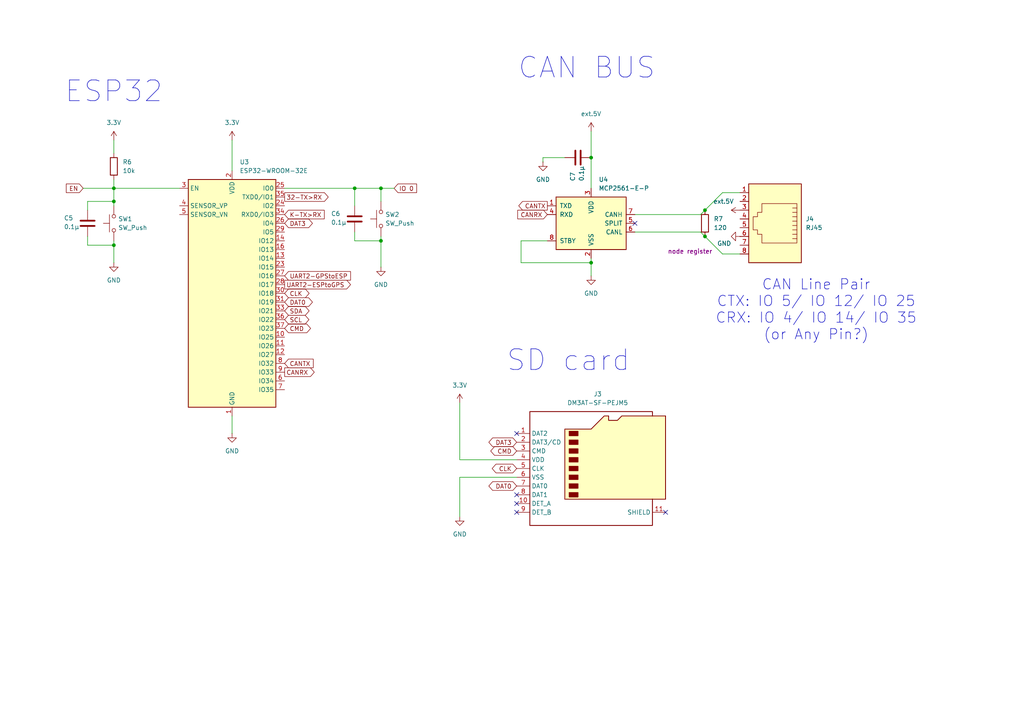
<source format=kicad_sch>
(kicad_sch
	(version 20231120)
	(generator "eeschema")
	(generator_version "8.0")
	(uuid "39ba70ec-603a-4d63-9e7c-676d472a030f")
	(paper "A4")
	(lib_symbols
		(symbol "01.Main-IMU:ESP32-WROOM-32E"
			(exclude_from_sim no)
			(in_bom yes)
			(on_board yes)
			(property "Reference" "U"
				(at -12.7 34.29 0)
				(effects
					(font
						(size 1.27 1.27)
					)
					(justify left)
				)
			)
			(property "Value" "ESP32-WROOM-32E"
				(at 1.27 34.29 0)
				(effects
					(font
						(size 1.27 1.27)
					)
					(justify left)
				)
			)
			(property "Footprint" "RF_Module:ESP32-WROOM-32D"
				(at 16.51 -34.29 0)
				(effects
					(font
						(size 1.27 1.27)
					)
					(hide yes)
				)
			)
			(property "Datasheet" "https://www.espressif.com/sites/default/files/documentation/esp32-wroom-32e_esp32-wroom-32ue_datasheet_en.pdf"
				(at 0 0 0)
				(effects
					(font
						(size 1.27 1.27)
					)
					(hide yes)
				)
			)
			(property "Description" "RF Module, ESP32-D0WD-V3 SoC, without PSRAM, Wi-Fi 802.11b/g/n, Bluetooth, BLE, 32-bit, 2.7-3.6V, onboard antenna, SMD"
				(at 0 0 0)
				(effects
					(font
						(size 1.27 1.27)
					)
					(hide yes)
				)
			)
			(property "ki_keywords" "RF Radio BT ESP ESP32 Espressif onboard PCB antenna"
				(at 0 0 0)
				(effects
					(font
						(size 1.27 1.27)
					)
					(hide yes)
				)
			)
			(property "ki_fp_filters" "ESP32?WROOM?32D*"
				(at 0 0 0)
				(effects
					(font
						(size 1.27 1.27)
					)
					(hide yes)
				)
			)
			(symbol "ESP32-WROOM-32E_0_1"
				(rectangle
					(start -12.7 33.02)
					(end 12.7 -33.02)
					(stroke
						(width 0.254)
						(type default)
					)
					(fill
						(type background)
					)
				)
			)
			(symbol "ESP32-WROOM-32E_1_1"
				(pin power_in line
					(at 0 -35.56 90)
					(length 2.54)
					(name "GND"
						(effects
							(font
								(size 1.27 1.27)
							)
						)
					)
					(number "1"
						(effects
							(font
								(size 1.27 1.27)
							)
						)
					)
				)
				(pin bidirectional line
					(at 15.24 -12.7 180)
					(length 2.54)
					(name "IO25"
						(effects
							(font
								(size 1.27 1.27)
							)
						)
					)
					(number "10"
						(effects
							(font
								(size 1.27 1.27)
							)
						)
					)
				)
				(pin bidirectional line
					(at 15.24 -15.24 180)
					(length 2.54)
					(name "IO26"
						(effects
							(font
								(size 1.27 1.27)
							)
						)
					)
					(number "11"
						(effects
							(font
								(size 1.27 1.27)
							)
						)
					)
				)
				(pin bidirectional line
					(at 15.24 -17.78 180)
					(length 2.54)
					(name "IO27"
						(effects
							(font
								(size 1.27 1.27)
							)
						)
					)
					(number "12"
						(effects
							(font
								(size 1.27 1.27)
							)
						)
					)
				)
				(pin bidirectional line
					(at 15.24 10.16 180)
					(length 2.54)
					(name "IO14"
						(effects
							(font
								(size 1.27 1.27)
							)
						)
					)
					(number "13"
						(effects
							(font
								(size 1.27 1.27)
							)
						)
					)
				)
				(pin bidirectional line
					(at 15.24 15.24 180)
					(length 2.54)
					(name "IO12"
						(effects
							(font
								(size 1.27 1.27)
							)
						)
					)
					(number "14"
						(effects
							(font
								(size 1.27 1.27)
							)
						)
					)
				)
				(pin passive line
					(at 0 -35.56 90)
					(length 2.54) hide
					(name "GND"
						(effects
							(font
								(size 1.27 1.27)
							)
						)
					)
					(number "15"
						(effects
							(font
								(size 1.27 1.27)
							)
						)
					)
				)
				(pin bidirectional line
					(at 15.24 12.7 180)
					(length 2.54)
					(name "IO13"
						(effects
							(font
								(size 1.27 1.27)
							)
						)
					)
					(number "16"
						(effects
							(font
								(size 1.27 1.27)
							)
						)
					)
				)
				(pin no_connect line
					(at -12.7 -5.08 0)
					(length 2.54) hide
					(name "NC"
						(effects
							(font
								(size 1.27 1.27)
							)
						)
					)
					(number "17"
						(effects
							(font
								(size 1.27 1.27)
							)
						)
					)
				)
				(pin no_connect line
					(at -12.7 -7.62 0)
					(length 2.54) hide
					(name "NC"
						(effects
							(font
								(size 1.27 1.27)
							)
						)
					)
					(number "18"
						(effects
							(font
								(size 1.27 1.27)
							)
						)
					)
				)
				(pin no_connect line
					(at -12.7 -12.7 0)
					(length 2.54) hide
					(name "NC"
						(effects
							(font
								(size 1.27 1.27)
							)
						)
					)
					(number "19"
						(effects
							(font
								(size 1.27 1.27)
							)
						)
					)
				)
				(pin power_in line
					(at 0 35.56 270)
					(length 2.54)
					(name "VDD"
						(effects
							(font
								(size 1.27 1.27)
							)
						)
					)
					(number "2"
						(effects
							(font
								(size 1.27 1.27)
							)
						)
					)
				)
				(pin no_connect line
					(at -12.7 -10.16 0)
					(length 2.54) hide
					(name "NC"
						(effects
							(font
								(size 1.27 1.27)
							)
						)
					)
					(number "20"
						(effects
							(font
								(size 1.27 1.27)
							)
						)
					)
				)
				(pin no_connect line
					(at -12.7 0 0)
					(length 2.54) hide
					(name "NC"
						(effects
							(font
								(size 1.27 1.27)
							)
						)
					)
					(number "21"
						(effects
							(font
								(size 1.27 1.27)
							)
						)
					)
				)
				(pin no_connect line
					(at -12.7 -2.54 0)
					(length 2.54) hide
					(name "NC"
						(effects
							(font
								(size 1.27 1.27)
							)
						)
					)
					(number "22"
						(effects
							(font
								(size 1.27 1.27)
							)
						)
					)
				)
				(pin bidirectional line
					(at 15.24 7.62 180)
					(length 2.54)
					(name "IO15"
						(effects
							(font
								(size 1.27 1.27)
							)
						)
					)
					(number "23"
						(effects
							(font
								(size 1.27 1.27)
							)
						)
					)
				)
				(pin bidirectional line
					(at 15.24 25.4 180)
					(length 2.54)
					(name "IO2"
						(effects
							(font
								(size 1.27 1.27)
							)
						)
					)
					(number "24"
						(effects
							(font
								(size 1.27 1.27)
							)
						)
					)
				)
				(pin bidirectional line
					(at 15.24 30.48 180)
					(length 2.54)
					(name "IO0"
						(effects
							(font
								(size 1.27 1.27)
							)
						)
					)
					(number "25"
						(effects
							(font
								(size 1.27 1.27)
							)
						)
					)
				)
				(pin bidirectional line
					(at 15.24 20.32 180)
					(length 2.54)
					(name "IO4"
						(effects
							(font
								(size 1.27 1.27)
							)
						)
					)
					(number "26"
						(effects
							(font
								(size 1.27 1.27)
							)
						)
					)
				)
				(pin bidirectional line
					(at 15.24 5.08 180)
					(length 2.54)
					(name "IO16"
						(effects
							(font
								(size 1.27 1.27)
							)
						)
					)
					(number "27"
						(effects
							(font
								(size 1.27 1.27)
							)
						)
					)
				)
				(pin bidirectional line
					(at 15.24 2.54 180)
					(length 2.54)
					(name "IO17"
						(effects
							(font
								(size 1.27 1.27)
							)
						)
					)
					(number "28"
						(effects
							(font
								(size 1.27 1.27)
							)
						)
					)
				)
				(pin bidirectional line
					(at 15.24 17.78 180)
					(length 2.54)
					(name "IO5"
						(effects
							(font
								(size 1.27 1.27)
							)
						)
					)
					(number "29"
						(effects
							(font
								(size 1.27 1.27)
							)
						)
					)
				)
				(pin input line
					(at -15.24 30.48 0)
					(length 2.54)
					(name "EN"
						(effects
							(font
								(size 1.27 1.27)
							)
						)
					)
					(number "3"
						(effects
							(font
								(size 1.27 1.27)
							)
						)
					)
				)
				(pin bidirectional line
					(at 15.24 0 180)
					(length 2.54)
					(name "IO18"
						(effects
							(font
								(size 1.27 1.27)
							)
						)
					)
					(number "30"
						(effects
							(font
								(size 1.27 1.27)
							)
						)
					)
				)
				(pin bidirectional line
					(at 15.24 -2.54 180)
					(length 2.54)
					(name "IO19"
						(effects
							(font
								(size 1.27 1.27)
							)
						)
					)
					(number "31"
						(effects
							(font
								(size 1.27 1.27)
							)
						)
					)
				)
				(pin no_connect line
					(at -12.7 -27.94 0)
					(length 2.54) hide
					(name "NC"
						(effects
							(font
								(size 1.27 1.27)
							)
						)
					)
					(number "32"
						(effects
							(font
								(size 1.27 1.27)
							)
						)
					)
				)
				(pin bidirectional line
					(at 15.24 -5.08 180)
					(length 2.54)
					(name "IO21"
						(effects
							(font
								(size 1.27 1.27)
							)
						)
					)
					(number "33"
						(effects
							(font
								(size 1.27 1.27)
							)
						)
					)
				)
				(pin bidirectional line
					(at 15.24 22.86 180)
					(length 2.54)
					(name "RXD0/IO3"
						(effects
							(font
								(size 1.27 1.27)
							)
						)
					)
					(number "34"
						(effects
							(font
								(size 1.27 1.27)
							)
						)
					)
				)
				(pin bidirectional line
					(at 15.24 27.94 180)
					(length 2.54)
					(name "TXD0/IO1"
						(effects
							(font
								(size 1.27 1.27)
							)
						)
					)
					(number "35"
						(effects
							(font
								(size 1.27 1.27)
							)
						)
					)
				)
				(pin bidirectional line
					(at 15.24 -7.62 180)
					(length 2.54)
					(name "IO22"
						(effects
							(font
								(size 1.27 1.27)
							)
						)
					)
					(number "36"
						(effects
							(font
								(size 1.27 1.27)
							)
						)
					)
				)
				(pin bidirectional line
					(at 15.24 -10.16 180)
					(length 2.54)
					(name "IO23"
						(effects
							(font
								(size 1.27 1.27)
							)
						)
					)
					(number "37"
						(effects
							(font
								(size 1.27 1.27)
							)
						)
					)
				)
				(pin passive line
					(at 0 -35.56 90)
					(length 2.54) hide
					(name "GND"
						(effects
							(font
								(size 1.27 1.27)
							)
						)
					)
					(number "38"
						(effects
							(font
								(size 1.27 1.27)
							)
						)
					)
				)
				(pin passive line
					(at 0 -35.56 90)
					(length 2.54) hide
					(name "GND"
						(effects
							(font
								(size 1.27 1.27)
							)
						)
					)
					(number "39"
						(effects
							(font
								(size 1.27 1.27)
							)
						)
					)
				)
				(pin input line
					(at -15.24 25.4 0)
					(length 2.54)
					(name "SENSOR_VP"
						(effects
							(font
								(size 1.27 1.27)
							)
						)
					)
					(number "4"
						(effects
							(font
								(size 1.27 1.27)
							)
						)
					)
				)
				(pin input line
					(at -15.24 22.86 0)
					(length 2.54)
					(name "SENSOR_VN"
						(effects
							(font
								(size 1.27 1.27)
							)
						)
					)
					(number "5"
						(effects
							(font
								(size 1.27 1.27)
							)
						)
					)
				)
				(pin input line
					(at 15.24 -25.4 180)
					(length 2.54)
					(name "IO34"
						(effects
							(font
								(size 1.27 1.27)
							)
						)
					)
					(number "6"
						(effects
							(font
								(size 1.27 1.27)
							)
						)
					)
				)
				(pin input line
					(at 15.24 -27.94 180)
					(length 2.54)
					(name "IO35"
						(effects
							(font
								(size 1.27 1.27)
							)
						)
					)
					(number "7"
						(effects
							(font
								(size 1.27 1.27)
							)
						)
					)
				)
				(pin bidirectional line
					(at 15.24 -20.32 180)
					(length 2.54)
					(name "IO32"
						(effects
							(font
								(size 1.27 1.27)
							)
						)
					)
					(number "8"
						(effects
							(font
								(size 1.27 1.27)
							)
						)
					)
				)
				(pin bidirectional line
					(at 15.24 -22.86 180)
					(length 2.54)
					(name "IO33"
						(effects
							(font
								(size 1.27 1.27)
							)
						)
					)
					(number "9"
						(effects
							(font
								(size 1.27 1.27)
							)
						)
					)
				)
			)
		)
		(symbol "Connector:Micro_SD_Card_Det_Hirose_DM3AT"
			(exclude_from_sim no)
			(in_bom yes)
			(on_board yes)
			(property "Reference" "J"
				(at -16.51 17.78 0)
				(effects
					(font
						(size 1.27 1.27)
					)
				)
			)
			(property "Value" "Micro_SD_Card_Det_Hirose_DM3AT"
				(at 16.51 17.78 0)
				(effects
					(font
						(size 1.27 1.27)
					)
					(justify right)
				)
			)
			(property "Footprint" ""
				(at 52.07 17.78 0)
				(effects
					(font
						(size 1.27 1.27)
					)
					(hide yes)
				)
			)
			(property "Datasheet" "https://www.hirose.com/product/en/download_file/key_name/DM3/category/Catalog/doc_file_id/49662/?file_category_id=4&item_id=195&is_series=1"
				(at 0 2.54 0)
				(effects
					(font
						(size 1.27 1.27)
					)
					(hide yes)
				)
			)
			(property "Description" "Micro SD Card Socket with card detection pins"
				(at 0 0 0)
				(effects
					(font
						(size 1.27 1.27)
					)
					(hide yes)
				)
			)
			(property "ki_keywords" "connector SD microsd"
				(at 0 0 0)
				(effects
					(font
						(size 1.27 1.27)
					)
					(hide yes)
				)
			)
			(property "ki_fp_filters" "microSD*"
				(at 0 0 0)
				(effects
					(font
						(size 1.27 1.27)
					)
					(hide yes)
				)
			)
			(symbol "Micro_SD_Card_Det_Hirose_DM3AT_0_1"
				(rectangle
					(start -7.62 -6.985)
					(end -5.08 -8.255)
					(stroke
						(width 0.254)
						(type default)
					)
					(fill
						(type outline)
					)
				)
				(rectangle
					(start -7.62 -4.445)
					(end -5.08 -5.715)
					(stroke
						(width 0.254)
						(type default)
					)
					(fill
						(type outline)
					)
				)
				(rectangle
					(start -7.62 -1.905)
					(end -5.08 -3.175)
					(stroke
						(width 0.254)
						(type default)
					)
					(fill
						(type outline)
					)
				)
				(rectangle
					(start -7.62 0.635)
					(end -5.08 -0.635)
					(stroke
						(width 0.254)
						(type default)
					)
					(fill
						(type outline)
					)
				)
				(rectangle
					(start -7.62 3.175)
					(end -5.08 1.905)
					(stroke
						(width 0.254)
						(type default)
					)
					(fill
						(type outline)
					)
				)
				(rectangle
					(start -7.62 5.715)
					(end -5.08 4.445)
					(stroke
						(width 0.254)
						(type default)
					)
					(fill
						(type outline)
					)
				)
				(rectangle
					(start -7.62 8.255)
					(end -5.08 6.985)
					(stroke
						(width 0.254)
						(type default)
					)
					(fill
						(type outline)
					)
				)
				(rectangle
					(start -7.62 10.795)
					(end -5.08 9.525)
					(stroke
						(width 0.254)
						(type default)
					)
					(fill
						(type outline)
					)
				)
				(polyline
					(pts
						(xy 16.51 15.24) (xy 16.51 16.51) (xy -19.05 16.51) (xy -19.05 -16.51) (xy 16.51 -16.51) (xy 16.51 -8.89)
					)
					(stroke
						(width 0.254)
						(type default)
					)
					(fill
						(type none)
					)
				)
				(polyline
					(pts
						(xy -8.89 -8.89) (xy -8.89 11.43) (xy -1.27 11.43) (xy 2.54 15.24) (xy 3.81 15.24) (xy 3.81 13.97)
						(xy 6.35 13.97) (xy 7.62 15.24) (xy 20.32 15.24) (xy 20.32 -8.89) (xy -8.89 -8.89)
					)
					(stroke
						(width 0.254)
						(type default)
					)
					(fill
						(type background)
					)
				)
			)
			(symbol "Micro_SD_Card_Det_Hirose_DM3AT_1_1"
				(pin bidirectional line
					(at -22.86 10.16 0)
					(length 3.81)
					(name "DAT2"
						(effects
							(font
								(size 1.27 1.27)
							)
						)
					)
					(number "1"
						(effects
							(font
								(size 1.27 1.27)
							)
						)
					)
				)
				(pin passive line
					(at -22.86 -10.16 0)
					(length 3.81)
					(name "DET_A"
						(effects
							(font
								(size 1.27 1.27)
							)
						)
					)
					(number "10"
						(effects
							(font
								(size 1.27 1.27)
							)
						)
					)
				)
				(pin passive line
					(at 20.32 -12.7 180)
					(length 3.81)
					(name "SHIELD"
						(effects
							(font
								(size 1.27 1.27)
							)
						)
					)
					(number "11"
						(effects
							(font
								(size 1.27 1.27)
							)
						)
					)
				)
				(pin bidirectional line
					(at -22.86 7.62 0)
					(length 3.81)
					(name "DAT3/CD"
						(effects
							(font
								(size 1.27 1.27)
							)
						)
					)
					(number "2"
						(effects
							(font
								(size 1.27 1.27)
							)
						)
					)
				)
				(pin input line
					(at -22.86 5.08 0)
					(length 3.81)
					(name "CMD"
						(effects
							(font
								(size 1.27 1.27)
							)
						)
					)
					(number "3"
						(effects
							(font
								(size 1.27 1.27)
							)
						)
					)
				)
				(pin power_in line
					(at -22.86 2.54 0)
					(length 3.81)
					(name "VDD"
						(effects
							(font
								(size 1.27 1.27)
							)
						)
					)
					(number "4"
						(effects
							(font
								(size 1.27 1.27)
							)
						)
					)
				)
				(pin input line
					(at -22.86 0 0)
					(length 3.81)
					(name "CLK"
						(effects
							(font
								(size 1.27 1.27)
							)
						)
					)
					(number "5"
						(effects
							(font
								(size 1.27 1.27)
							)
						)
					)
				)
				(pin power_in line
					(at -22.86 -2.54 0)
					(length 3.81)
					(name "VSS"
						(effects
							(font
								(size 1.27 1.27)
							)
						)
					)
					(number "6"
						(effects
							(font
								(size 1.27 1.27)
							)
						)
					)
				)
				(pin bidirectional line
					(at -22.86 -5.08 0)
					(length 3.81)
					(name "DAT0"
						(effects
							(font
								(size 1.27 1.27)
							)
						)
					)
					(number "7"
						(effects
							(font
								(size 1.27 1.27)
							)
						)
					)
				)
				(pin bidirectional line
					(at -22.86 -7.62 0)
					(length 3.81)
					(name "DAT1"
						(effects
							(font
								(size 1.27 1.27)
							)
						)
					)
					(number "8"
						(effects
							(font
								(size 1.27 1.27)
							)
						)
					)
				)
				(pin passive line
					(at -22.86 -12.7 0)
					(length 3.81)
					(name "DET_B"
						(effects
							(font
								(size 1.27 1.27)
							)
						)
					)
					(number "9"
						(effects
							(font
								(size 1.27 1.27)
							)
						)
					)
				)
			)
		)
		(symbol "Connector:RJ45"
			(pin_names
				(offset 1.016)
			)
			(exclude_from_sim no)
			(in_bom yes)
			(on_board yes)
			(property "Reference" "J"
				(at -5.08 13.97 0)
				(effects
					(font
						(size 1.27 1.27)
					)
					(justify right)
				)
			)
			(property "Value" "RJ45"
				(at 2.54 13.97 0)
				(effects
					(font
						(size 1.27 1.27)
					)
					(justify left)
				)
			)
			(property "Footprint" ""
				(at 0 0.635 90)
				(effects
					(font
						(size 1.27 1.27)
					)
					(hide yes)
				)
			)
			(property "Datasheet" "~"
				(at 0 0.635 90)
				(effects
					(font
						(size 1.27 1.27)
					)
					(hide yes)
				)
			)
			(property "Description" "RJ connector, 8P8C (8 positions 8 connected)"
				(at 0 0 0)
				(effects
					(font
						(size 1.27 1.27)
					)
					(hide yes)
				)
			)
			(property "ki_keywords" "8P8C RJ socket connector"
				(at 0 0 0)
				(effects
					(font
						(size 1.27 1.27)
					)
					(hide yes)
				)
			)
			(property "ki_fp_filters" "8P8C* RJ31* RJ32* RJ33* RJ34* RJ35* RJ41* RJ45* RJ49* RJ61*"
				(at 0 0 0)
				(effects
					(font
						(size 1.27 1.27)
					)
					(hide yes)
				)
			)
			(symbol "RJ45_0_1"
				(polyline
					(pts
						(xy -5.08 4.445) (xy -6.35 4.445)
					)
					(stroke
						(width 0)
						(type default)
					)
					(fill
						(type none)
					)
				)
				(polyline
					(pts
						(xy -5.08 5.715) (xy -6.35 5.715)
					)
					(stroke
						(width 0)
						(type default)
					)
					(fill
						(type none)
					)
				)
				(polyline
					(pts
						(xy -6.35 -3.175) (xy -5.08 -3.175) (xy -5.08 -3.175)
					)
					(stroke
						(width 0)
						(type default)
					)
					(fill
						(type none)
					)
				)
				(polyline
					(pts
						(xy -6.35 -1.905) (xy -5.08 -1.905) (xy -5.08 -1.905)
					)
					(stroke
						(width 0)
						(type default)
					)
					(fill
						(type none)
					)
				)
				(polyline
					(pts
						(xy -6.35 -0.635) (xy -5.08 -0.635) (xy -5.08 -0.635)
					)
					(stroke
						(width 0)
						(type default)
					)
					(fill
						(type none)
					)
				)
				(polyline
					(pts
						(xy -6.35 0.635) (xy -5.08 0.635) (xy -5.08 0.635)
					)
					(stroke
						(width 0)
						(type default)
					)
					(fill
						(type none)
					)
				)
				(polyline
					(pts
						(xy -6.35 1.905) (xy -5.08 1.905) (xy -5.08 1.905)
					)
					(stroke
						(width 0)
						(type default)
					)
					(fill
						(type none)
					)
				)
				(polyline
					(pts
						(xy -5.08 3.175) (xy -6.35 3.175) (xy -6.35 3.175)
					)
					(stroke
						(width 0)
						(type default)
					)
					(fill
						(type none)
					)
				)
				(polyline
					(pts
						(xy -6.35 -4.445) (xy -6.35 6.985) (xy 3.81 6.985) (xy 3.81 4.445) (xy 5.08 4.445) (xy 5.08 3.175)
						(xy 6.35 3.175) (xy 6.35 -0.635) (xy 5.08 -0.635) (xy 5.08 -1.905) (xy 3.81 -1.905) (xy 3.81 -4.445)
						(xy -6.35 -4.445) (xy -6.35 -4.445)
					)
					(stroke
						(width 0)
						(type default)
					)
					(fill
						(type none)
					)
				)
				(rectangle
					(start 7.62 12.7)
					(end -7.62 -10.16)
					(stroke
						(width 0.254)
						(type default)
					)
					(fill
						(type background)
					)
				)
			)
			(symbol "RJ45_1_1"
				(pin passive line
					(at 10.16 -7.62 180)
					(length 2.54)
					(name "~"
						(effects
							(font
								(size 1.27 1.27)
							)
						)
					)
					(number "1"
						(effects
							(font
								(size 1.27 1.27)
							)
						)
					)
				)
				(pin passive line
					(at 10.16 -5.08 180)
					(length 2.54)
					(name "~"
						(effects
							(font
								(size 1.27 1.27)
							)
						)
					)
					(number "2"
						(effects
							(font
								(size 1.27 1.27)
							)
						)
					)
				)
				(pin passive line
					(at 10.16 -2.54 180)
					(length 2.54)
					(name "~"
						(effects
							(font
								(size 1.27 1.27)
							)
						)
					)
					(number "3"
						(effects
							(font
								(size 1.27 1.27)
							)
						)
					)
				)
				(pin passive line
					(at 10.16 0 180)
					(length 2.54)
					(name "~"
						(effects
							(font
								(size 1.27 1.27)
							)
						)
					)
					(number "4"
						(effects
							(font
								(size 1.27 1.27)
							)
						)
					)
				)
				(pin passive line
					(at 10.16 2.54 180)
					(length 2.54)
					(name "~"
						(effects
							(font
								(size 1.27 1.27)
							)
						)
					)
					(number "5"
						(effects
							(font
								(size 1.27 1.27)
							)
						)
					)
				)
				(pin passive line
					(at 10.16 5.08 180)
					(length 2.54)
					(name "~"
						(effects
							(font
								(size 1.27 1.27)
							)
						)
					)
					(number "6"
						(effects
							(font
								(size 1.27 1.27)
							)
						)
					)
				)
				(pin passive line
					(at 10.16 7.62 180)
					(length 2.54)
					(name "~"
						(effects
							(font
								(size 1.27 1.27)
							)
						)
					)
					(number "7"
						(effects
							(font
								(size 1.27 1.27)
							)
						)
					)
				)
				(pin passive line
					(at 10.16 10.16 180)
					(length 2.54)
					(name "~"
						(effects
							(font
								(size 1.27 1.27)
							)
						)
					)
					(number "8"
						(effects
							(font
								(size 1.27 1.27)
							)
						)
					)
				)
			)
		)
		(symbol "Device:R"
			(pin_numbers hide)
			(pin_names
				(offset 0)
			)
			(exclude_from_sim no)
			(in_bom yes)
			(on_board yes)
			(property "Reference" "R"
				(at 2.032 0 90)
				(effects
					(font
						(size 1.27 1.27)
					)
				)
			)
			(property "Value" "R"
				(at 0 0 90)
				(effects
					(font
						(size 1.27 1.27)
					)
				)
			)
			(property "Footprint" ""
				(at -1.778 0 90)
				(effects
					(font
						(size 1.27 1.27)
					)
					(hide yes)
				)
			)
			(property "Datasheet" "~"
				(at 0 0 0)
				(effects
					(font
						(size 1.27 1.27)
					)
					(hide yes)
				)
			)
			(property "Description" "Resistor"
				(at 0 0 0)
				(effects
					(font
						(size 1.27 1.27)
					)
					(hide yes)
				)
			)
			(property "ki_keywords" "R res resistor"
				(at 0 0 0)
				(effects
					(font
						(size 1.27 1.27)
					)
					(hide yes)
				)
			)
			(property "ki_fp_filters" "R_*"
				(at 0 0 0)
				(effects
					(font
						(size 1.27 1.27)
					)
					(hide yes)
				)
			)
			(symbol "R_0_1"
				(rectangle
					(start -1.016 -2.54)
					(end 1.016 2.54)
					(stroke
						(width 0.254)
						(type default)
					)
					(fill
						(type none)
					)
				)
			)
			(symbol "R_1_1"
				(pin passive line
					(at 0 3.81 270)
					(length 1.27)
					(name "~"
						(effects
							(font
								(size 1.27 1.27)
							)
						)
					)
					(number "1"
						(effects
							(font
								(size 1.27 1.27)
							)
						)
					)
				)
				(pin passive line
					(at 0 -3.81 90)
					(length 1.27)
					(name "~"
						(effects
							(font
								(size 1.27 1.27)
							)
						)
					)
					(number "2"
						(effects
							(font
								(size 1.27 1.27)
							)
						)
					)
				)
			)
		)
		(symbol "Interface_CAN_LIN:MCP2561-E-P"
			(pin_names
				(offset 1.016)
			)
			(exclude_from_sim no)
			(in_bom yes)
			(on_board yes)
			(property "Reference" "U"
				(at -10.16 8.89 0)
				(effects
					(font
						(size 1.27 1.27)
					)
					(justify left)
				)
			)
			(property "Value" "MCP2561-E-P"
				(at 2.54 8.89 0)
				(effects
					(font
						(size 1.27 1.27)
					)
					(justify left)
				)
			)
			(property "Footprint" "Package_DIP:DIP-8_W7.62mm"
				(at 0 -12.7 0)
				(effects
					(font
						(size 1.27 1.27)
						(italic yes)
					)
					(hide yes)
				)
			)
			(property "Datasheet" "http://ww1.microchip.com/downloads/en/DeviceDoc/25167A.pdf"
				(at 0 0 0)
				(effects
					(font
						(size 1.27 1.27)
					)
					(hide yes)
				)
			)
			(property "Description" "High-Speed CAN Transceiver, 1Mbps, 5V supply, SPLIT pin, -40C to +125C, DIP-8"
				(at 0 0 0)
				(effects
					(font
						(size 1.27 1.27)
					)
					(hide yes)
				)
			)
			(property "ki_keywords" "High-Speed CAN Transceiver"
				(at 0 0 0)
				(effects
					(font
						(size 1.27 1.27)
					)
					(hide yes)
				)
			)
			(property "ki_fp_filters" "DIP*W7.62mm*"
				(at 0 0 0)
				(effects
					(font
						(size 1.27 1.27)
					)
					(hide yes)
				)
			)
			(symbol "MCP2561-E-P_0_1"
				(rectangle
					(start -10.16 7.62)
					(end 10.16 -7.62)
					(stroke
						(width 0.254)
						(type default)
					)
					(fill
						(type background)
					)
				)
			)
			(symbol "MCP2561-E-P_1_1"
				(pin input line
					(at -12.7 5.08 0)
					(length 2.54)
					(name "TXD"
						(effects
							(font
								(size 1.27 1.27)
							)
						)
					)
					(number "1"
						(effects
							(font
								(size 1.27 1.27)
							)
						)
					)
				)
				(pin power_in line
					(at 0 -10.16 90)
					(length 2.54)
					(name "VSS"
						(effects
							(font
								(size 1.27 1.27)
							)
						)
					)
					(number "2"
						(effects
							(font
								(size 1.27 1.27)
							)
						)
					)
				)
				(pin power_in line
					(at 0 10.16 270)
					(length 2.54)
					(name "VDD"
						(effects
							(font
								(size 1.27 1.27)
							)
						)
					)
					(number "3"
						(effects
							(font
								(size 1.27 1.27)
							)
						)
					)
				)
				(pin output line
					(at -12.7 2.54 0)
					(length 2.54)
					(name "RXD"
						(effects
							(font
								(size 1.27 1.27)
							)
						)
					)
					(number "4"
						(effects
							(font
								(size 1.27 1.27)
							)
						)
					)
				)
				(pin passive line
					(at 12.7 0 180)
					(length 2.54)
					(name "SPLIT"
						(effects
							(font
								(size 1.27 1.27)
							)
						)
					)
					(number "5"
						(effects
							(font
								(size 1.27 1.27)
							)
						)
					)
				)
				(pin bidirectional line
					(at 12.7 -2.54 180)
					(length 2.54)
					(name "CANL"
						(effects
							(font
								(size 1.27 1.27)
							)
						)
					)
					(number "6"
						(effects
							(font
								(size 1.27 1.27)
							)
						)
					)
				)
				(pin bidirectional line
					(at 12.7 2.54 180)
					(length 2.54)
					(name "CANH"
						(effects
							(font
								(size 1.27 1.27)
							)
						)
					)
					(number "7"
						(effects
							(font
								(size 1.27 1.27)
							)
						)
					)
				)
				(pin input line
					(at -12.7 -5.08 0)
					(length 2.54)
					(name "STBY"
						(effects
							(font
								(size 1.27 1.27)
							)
						)
					)
					(number "8"
						(effects
							(font
								(size 1.27 1.27)
							)
						)
					)
				)
			)
		)
		(symbol "SparkFun-Capacitor:C"
			(pin_numbers hide)
			(pin_names
				(offset 0.254)
			)
			(exclude_from_sim no)
			(in_bom yes)
			(on_board yes)
			(property "Reference" "C"
				(at 0.635 2.54 0)
				(effects
					(font
						(size 1.27 1.27)
					)
					(justify left)
				)
			)
			(property "Value" "C"
				(at 0.635 -2.54 0)
				(effects
					(font
						(size 1.27 1.27)
					)
					(justify left)
				)
			)
			(property "Footprint" "SparkFun-Capacitor:C_0603_1608Metric"
				(at 0.9652 -11.43 0)
				(effects
					(font
						(size 1.27 1.27)
					)
					(hide yes)
				)
			)
			(property "Datasheet" "https://cdn.sparkfun.com/assets/8/a/4/a/5/Kemet_Capacitor_Datasheet.pdf"
				(at 1.27 -16.51 0)
				(effects
					(font
						(size 1.27 1.27)
					)
					(hide yes)
				)
			)
			(property "Description" "Unpolarized capacitor"
				(at 0 0 0)
				(effects
					(font
						(size 1.27 1.27)
					)
					(hide yes)
				)
			)
			(property "PROD_ID" "CAP-00000"
				(at 0 -13.97 0)
				(effects
					(font
						(size 1.27 1.27)
					)
					(hide yes)
				)
			)
			(property "Voltage" "1kV"
				(at 0 -6.35 0)
				(effects
					(font
						(size 1.27 1.27)
					)
				)
			)
			(property "Tolerance" "100%"
				(at 0 -8.89 0)
				(effects
					(font
						(size 1.27 1.27)
					)
				)
			)
			(property "ki_keywords" "cap capacitor"
				(at 0 0 0)
				(effects
					(font
						(size 1.27 1.27)
					)
					(hide yes)
				)
			)
			(property "ki_fp_filters" "C_*"
				(at 0 0 0)
				(effects
					(font
						(size 1.27 1.27)
					)
					(hide yes)
				)
			)
			(symbol "C_0_1"
				(polyline
					(pts
						(xy -2.032 -0.762) (xy 2.032 -0.762)
					)
					(stroke
						(width 0.508)
						(type default)
					)
					(fill
						(type none)
					)
				)
				(polyline
					(pts
						(xy -2.032 0.762) (xy 2.032 0.762)
					)
					(stroke
						(width 0.508)
						(type default)
					)
					(fill
						(type none)
					)
				)
			)
			(symbol "C_1_1"
				(pin passive line
					(at 0 3.81 270)
					(length 2.794)
					(name "~"
						(effects
							(font
								(size 1.27 1.27)
							)
						)
					)
					(number "1"
						(effects
							(font
								(size 1.27 1.27)
							)
						)
					)
				)
				(pin passive line
					(at 0 -3.81 90)
					(length 2.794)
					(name "~"
						(effects
							(font
								(size 1.27 1.27)
							)
						)
					)
					(number "2"
						(effects
							(font
								(size 1.27 1.27)
							)
						)
					)
				)
			)
		)
		(symbol "SparkFun-PowerSymbol:3.3V"
			(power)
			(pin_names
				(offset 0)
			)
			(exclude_from_sim no)
			(in_bom yes)
			(on_board yes)
			(property "Reference" "#PWR"
				(at 0 -3.81 0)
				(effects
					(font
						(size 1.27 1.27)
					)
					(hide yes)
				)
			)
			(property "Value" "3.3V"
				(at 0 3.556 0)
				(effects
					(font
						(size 1.27 1.27)
					)
				)
			)
			(property "Footprint" ""
				(at 0 0 0)
				(effects
					(font
						(size 1.27 1.27)
					)
					(hide yes)
				)
			)
			(property "Datasheet" ""
				(at 0 0 0)
				(effects
					(font
						(size 1.27 1.27)
					)
					(hide yes)
				)
			)
			(property "Description" "Power symbol creates a global label with name \"3.3V\""
				(at 0 0 0)
				(effects
					(font
						(size 1.27 1.27)
					)
					(hide yes)
				)
			)
			(property "ki_keywords" "global power"
				(at 0 0 0)
				(effects
					(font
						(size 1.27 1.27)
					)
					(hide yes)
				)
			)
			(symbol "3.3V_0_1"
				(polyline
					(pts
						(xy -0.762 1.27) (xy 0 2.54)
					)
					(stroke
						(width 0)
						(type default)
					)
					(fill
						(type none)
					)
				)
				(polyline
					(pts
						(xy 0 0) (xy 0 2.54)
					)
					(stroke
						(width 0)
						(type default)
					)
					(fill
						(type none)
					)
				)
				(polyline
					(pts
						(xy 0 2.54) (xy 0.762 1.27)
					)
					(stroke
						(width 0)
						(type default)
					)
					(fill
						(type none)
					)
				)
			)
			(symbol "3.3V_1_1"
				(pin power_in line
					(at 0 0 90)
					(length 0) hide
					(name "3.3V"
						(effects
							(font
								(size 1.27 1.27)
							)
						)
					)
					(number "1"
						(effects
							(font
								(size 1.27 1.27)
							)
						)
					)
				)
			)
		)
		(symbol "SparkFun-PowerSymbol:5V"
			(power)
			(pin_names
				(offset 0)
			)
			(exclude_from_sim no)
			(in_bom yes)
			(on_board yes)
			(property "Reference" "#PWR"
				(at 0 -3.81 0)
				(effects
					(font
						(size 1.27 1.27)
					)
					(hide yes)
				)
			)
			(property "Value" "5V"
				(at 0 3.556 0)
				(effects
					(font
						(size 1.27 1.27)
					)
				)
			)
			(property "Footprint" ""
				(at 0 0 0)
				(effects
					(font
						(size 1.27 1.27)
					)
					(hide yes)
				)
			)
			(property "Datasheet" ""
				(at 0 0 0)
				(effects
					(font
						(size 1.27 1.27)
					)
					(hide yes)
				)
			)
			(property "Description" "Power symbol creates a global label with name \"5V\""
				(at 0 0 0)
				(effects
					(font
						(size 1.27 1.27)
					)
					(hide yes)
				)
			)
			(property "ki_keywords" "global power"
				(at 0 0 0)
				(effects
					(font
						(size 1.27 1.27)
					)
					(hide yes)
				)
			)
			(symbol "5V_0_1"
				(polyline
					(pts
						(xy -0.762 1.27) (xy 0 2.54)
					)
					(stroke
						(width 0)
						(type default)
					)
					(fill
						(type none)
					)
				)
				(polyline
					(pts
						(xy 0 0) (xy 0 2.54)
					)
					(stroke
						(width 0)
						(type default)
					)
					(fill
						(type none)
					)
				)
				(polyline
					(pts
						(xy 0 2.54) (xy 0.762 1.27)
					)
					(stroke
						(width 0)
						(type default)
					)
					(fill
						(type none)
					)
				)
			)
			(symbol "5V_1_1"
				(pin power_in line
					(at 0 0 90)
					(length 0) hide
					(name "5V"
						(effects
							(font
								(size 1.27 1.27)
							)
						)
					)
					(number "1"
						(effects
							(font
								(size 1.27 1.27)
							)
						)
					)
				)
			)
		)
		(symbol "Switch:SW_Push"
			(pin_numbers hide)
			(pin_names
				(offset 1.016) hide)
			(exclude_from_sim no)
			(in_bom yes)
			(on_board yes)
			(property "Reference" "SW"
				(at 1.27 2.54 0)
				(effects
					(font
						(size 1.27 1.27)
					)
					(justify left)
				)
			)
			(property "Value" "SW_Push"
				(at 0 -1.524 0)
				(effects
					(font
						(size 1.27 1.27)
					)
				)
			)
			(property "Footprint" ""
				(at 0 5.08 0)
				(effects
					(font
						(size 1.27 1.27)
					)
					(hide yes)
				)
			)
			(property "Datasheet" "~"
				(at 0 5.08 0)
				(effects
					(font
						(size 1.27 1.27)
					)
					(hide yes)
				)
			)
			(property "Description" "Push button switch, generic, two pins"
				(at 0 0 0)
				(effects
					(font
						(size 1.27 1.27)
					)
					(hide yes)
				)
			)
			(property "ki_keywords" "switch normally-open pushbutton push-button"
				(at 0 0 0)
				(effects
					(font
						(size 1.27 1.27)
					)
					(hide yes)
				)
			)
			(symbol "SW_Push_0_1"
				(circle
					(center -2.032 0)
					(radius 0.508)
					(stroke
						(width 0)
						(type default)
					)
					(fill
						(type none)
					)
				)
				(polyline
					(pts
						(xy 0 1.27) (xy 0 3.048)
					)
					(stroke
						(width 0)
						(type default)
					)
					(fill
						(type none)
					)
				)
				(polyline
					(pts
						(xy 2.54 1.27) (xy -2.54 1.27)
					)
					(stroke
						(width 0)
						(type default)
					)
					(fill
						(type none)
					)
				)
				(circle
					(center 2.032 0)
					(radius 0.508)
					(stroke
						(width 0)
						(type default)
					)
					(fill
						(type none)
					)
				)
				(pin passive line
					(at -5.08 0 0)
					(length 2.54)
					(name "1"
						(effects
							(font
								(size 1.27 1.27)
							)
						)
					)
					(number "1"
						(effects
							(font
								(size 1.27 1.27)
							)
						)
					)
				)
				(pin passive line
					(at 5.08 0 180)
					(length 2.54)
					(name "2"
						(effects
							(font
								(size 1.27 1.27)
							)
						)
					)
					(number "2"
						(effects
							(font
								(size 1.27 1.27)
							)
						)
					)
				)
			)
		)
		(symbol "power:GND"
			(power)
			(pin_numbers hide)
			(pin_names
				(offset 0) hide)
			(exclude_from_sim no)
			(in_bom yes)
			(on_board yes)
			(property "Reference" "#PWR"
				(at 0 -6.35 0)
				(effects
					(font
						(size 1.27 1.27)
					)
					(hide yes)
				)
			)
			(property "Value" "GND"
				(at 0 -3.81 0)
				(effects
					(font
						(size 1.27 1.27)
					)
				)
			)
			(property "Footprint" ""
				(at 0 0 0)
				(effects
					(font
						(size 1.27 1.27)
					)
					(hide yes)
				)
			)
			(property "Datasheet" ""
				(at 0 0 0)
				(effects
					(font
						(size 1.27 1.27)
					)
					(hide yes)
				)
			)
			(property "Description" "Power symbol creates a global label with name \"GND\" , ground"
				(at 0 0 0)
				(effects
					(font
						(size 1.27 1.27)
					)
					(hide yes)
				)
			)
			(property "ki_keywords" "global power"
				(at 0 0 0)
				(effects
					(font
						(size 1.27 1.27)
					)
					(hide yes)
				)
			)
			(symbol "GND_0_1"
				(polyline
					(pts
						(xy 0 0) (xy 0 -1.27) (xy 1.27 -1.27) (xy 0 -2.54) (xy -1.27 -1.27) (xy 0 -1.27)
					)
					(stroke
						(width 0)
						(type default)
					)
					(fill
						(type none)
					)
				)
			)
			(symbol "GND_1_1"
				(pin power_in line
					(at 0 0 270)
					(length 0)
					(name "~"
						(effects
							(font
								(size 1.27 1.27)
							)
						)
					)
					(number "1"
						(effects
							(font
								(size 1.27 1.27)
							)
						)
					)
				)
			)
		)
	)
	(junction
		(at 33.02 54.61)
		(diameter 0)
		(color 0 0 0 0)
		(uuid "34637c87-e644-4151-9bd1-a858259a60cb")
	)
	(junction
		(at 33.02 71.12)
		(diameter 0)
		(color 0 0 0 0)
		(uuid "35a20244-84e7-41d3-b5ea-11e1c2cea259")
	)
	(junction
		(at 204.47 60.96)
		(diameter 0)
		(color 0 0 0 0)
		(uuid "397f28a8-8c9f-41ad-a777-14a464176b89")
	)
	(junction
		(at 171.45 76.2)
		(diameter 0)
		(color 0 0 0 0)
		(uuid "4b3179a4-cbd7-43ba-8043-39118d6ee370")
	)
	(junction
		(at 102.87 54.61)
		(diameter 0)
		(color 0 0 0 0)
		(uuid "891fa2b8-d813-4bc4-baeb-ddc8868c7378")
	)
	(junction
		(at 110.49 54.61)
		(diameter 0)
		(color 0 0 0 0)
		(uuid "96dc8c1d-a827-4cd5-9760-468502ddeff2")
	)
	(junction
		(at 33.02 58.42)
		(diameter 0)
		(color 0 0 0 0)
		(uuid "dbbcaebb-398e-4245-acd4-b0044e3790f4")
	)
	(junction
		(at 204.47 68.58)
		(diameter 0)
		(color 0 0 0 0)
		(uuid "e712ee33-fe06-4024-845d-06d391f1c86a")
	)
	(junction
		(at 171.45 45.72)
		(diameter 0)
		(color 0 0 0 0)
		(uuid "eaf2ae77-3e17-4127-aa8f-171632c98691")
	)
	(junction
		(at 110.49 69.85)
		(diameter 0)
		(color 0 0 0 0)
		(uuid "f705c6d0-1d77-4390-837d-1f1c085ae06f")
	)
	(no_connect
		(at 149.86 125.73)
		(uuid "3b93a753-699e-43aa-9e68-3250b3715501")
	)
	(no_connect
		(at 184.15 64.77)
		(uuid "8acb1fdd-f336-4a96-bfce-ab9f049e7d2b")
	)
	(no_connect
		(at 149.86 146.05)
		(uuid "aeae7d35-35ac-4018-87c9-440c4419ac55")
	)
	(no_connect
		(at 149.86 148.59)
		(uuid "b46a01da-d98d-441a-a0b9-b7d48556c139")
	)
	(no_connect
		(at 149.86 143.51)
		(uuid "c82f9040-d1ae-4d56-9398-95a697291f8d")
	)
	(no_connect
		(at 193.04 148.59)
		(uuid "ddc05df6-69fa-4ab7-9556-4b7969a913ae")
	)
	(wire
		(pts
			(xy 33.02 69.85) (xy 33.02 71.12)
		)
		(stroke
			(width 0)
			(type default)
		)
		(uuid "00d412af-ecff-4ae1-97ed-24961eac074f")
	)
	(wire
		(pts
			(xy 25.4 71.12) (xy 33.02 71.12)
		)
		(stroke
			(width 0)
			(type default)
		)
		(uuid "03792484-8be6-4434-aacd-ad0ec4d248f3")
	)
	(wire
		(pts
			(xy 184.15 62.23) (xy 203.2 62.23)
		)
		(stroke
			(width 0)
			(type default)
		)
		(uuid "0caa6f92-a3f1-45c3-9cd3-b7439960b206")
	)
	(wire
		(pts
			(xy 151.13 69.85) (xy 151.13 76.2)
		)
		(stroke
			(width 0)
			(type default)
		)
		(uuid "0d2e0a6a-0302-4325-9754-4a8ee0d495da")
	)
	(wire
		(pts
			(xy 204.47 68.58) (xy 209.55 73.66)
		)
		(stroke
			(width 0)
			(type default)
		)
		(uuid "0e7bf2ce-7ea7-44b3-ab4e-43378fdbc5f1")
	)
	(wire
		(pts
			(xy 110.49 54.61) (xy 110.49 58.42)
		)
		(stroke
			(width 0)
			(type default)
		)
		(uuid "0eca7c47-0e5d-40ed-ac86-71518b74b6ec")
	)
	(wire
		(pts
			(xy 82.55 54.61) (xy 102.87 54.61)
		)
		(stroke
			(width 0)
			(type default)
		)
		(uuid "1400ddcd-d6b6-4383-af41-99107e4edece")
	)
	(wire
		(pts
			(xy 204.47 60.96) (xy 209.55 55.88)
		)
		(stroke
			(width 0)
			(type default)
		)
		(uuid "187ae56d-ba95-4b2f-a312-e9d9d885e54b")
	)
	(wire
		(pts
			(xy 203.2 67.31) (xy 204.47 68.58)
		)
		(stroke
			(width 0)
			(type default)
		)
		(uuid "1c5afdd3-ed90-4f4b-9e87-e86eca4994f9")
	)
	(wire
		(pts
			(xy 133.35 138.43) (xy 133.35 149.86)
		)
		(stroke
			(width 0)
			(type default)
		)
		(uuid "23c9ee2b-d0ac-4b3e-a85a-cf30ec931874")
	)
	(wire
		(pts
			(xy 110.49 54.61) (xy 114.3 54.61)
		)
		(stroke
			(width 0)
			(type default)
		)
		(uuid "25cd7cc3-f3e2-4df4-a42b-a61ddaa49dc3")
	)
	(wire
		(pts
			(xy 133.35 138.43) (xy 149.86 138.43)
		)
		(stroke
			(width 0)
			(type default)
		)
		(uuid "2d90957c-039c-4d57-b3fb-302b063e5df0")
	)
	(wire
		(pts
			(xy 157.48 45.72) (xy 157.48 46.99)
		)
		(stroke
			(width 0)
			(type default)
		)
		(uuid "3516b928-1e61-4e97-bf8e-11553bc0f392")
	)
	(wire
		(pts
			(xy 67.31 120.65) (xy 67.31 125.73)
		)
		(stroke
			(width 0)
			(type default)
		)
		(uuid "3ce9756e-d3dd-4e05-ae7a-0baab740fed8")
	)
	(wire
		(pts
			(xy 25.4 68.58) (xy 25.4 71.12)
		)
		(stroke
			(width 0)
			(type default)
		)
		(uuid "4094364a-02fc-4307-8b1b-fbdab0136555")
	)
	(wire
		(pts
			(xy 171.45 76.2) (xy 171.45 80.01)
		)
		(stroke
			(width 0)
			(type default)
		)
		(uuid "44379ad9-5129-4f78-b04f-3e13c03613e6")
	)
	(wire
		(pts
			(xy 67.31 40.64) (xy 67.31 49.53)
		)
		(stroke
			(width 0)
			(type default)
		)
		(uuid "459c26fe-1a03-4686-a612-28d8df8d5396")
	)
	(wire
		(pts
			(xy 151.13 69.85) (xy 158.75 69.85)
		)
		(stroke
			(width 0)
			(type default)
		)
		(uuid "47236983-c862-43b8-823e-e7da884934a5")
	)
	(wire
		(pts
			(xy 102.87 54.61) (xy 110.49 54.61)
		)
		(stroke
			(width 0)
			(type default)
		)
		(uuid "49b6ad4f-4c91-4023-b10b-2e6c072cfea4")
	)
	(wire
		(pts
			(xy 25.4 58.42) (xy 33.02 58.42)
		)
		(stroke
			(width 0)
			(type default)
		)
		(uuid "4bf85fb6-6d5e-4f20-a97d-c04fb78095ea")
	)
	(wire
		(pts
			(xy 24.13 54.61) (xy 33.02 54.61)
		)
		(stroke
			(width 0)
			(type default)
		)
		(uuid "4c7b2b10-60bd-4ef4-b875-3ca37f865e26")
	)
	(wire
		(pts
			(xy 151.13 76.2) (xy 171.45 76.2)
		)
		(stroke
			(width 0)
			(type default)
		)
		(uuid "6c92077c-e80e-4455-baa8-45954fee16c8")
	)
	(wire
		(pts
			(xy 209.55 55.88) (xy 214.63 55.88)
		)
		(stroke
			(width 0)
			(type default)
		)
		(uuid "706292dc-0561-41c3-beb5-0f00a635e3c4")
	)
	(wire
		(pts
			(xy 171.45 74.93) (xy 171.45 76.2)
		)
		(stroke
			(width 0)
			(type default)
		)
		(uuid "70f4a80a-ecbc-479c-b0c6-5906e39dea3f")
	)
	(wire
		(pts
			(xy 33.02 58.42) (xy 33.02 54.61)
		)
		(stroke
			(width 0)
			(type default)
		)
		(uuid "71060357-479e-4460-9e6f-1c55ee9c12c3")
	)
	(wire
		(pts
			(xy 133.35 133.35) (xy 149.86 133.35)
		)
		(stroke
			(width 0)
			(type default)
		)
		(uuid "73390f10-2fa7-4d8e-adab-f7fbc6e944d5")
	)
	(wire
		(pts
			(xy 133.35 116.84) (xy 133.35 133.35)
		)
		(stroke
			(width 0)
			(type default)
		)
		(uuid "741ab84c-0b69-4a5e-a74f-7e1590e33c37")
	)
	(wire
		(pts
			(xy 102.87 69.85) (xy 110.49 69.85)
		)
		(stroke
			(width 0)
			(type default)
		)
		(uuid "78ab3fdf-707a-46c9-99f2-2b544a3364c2")
	)
	(wire
		(pts
			(xy 25.4 58.42) (xy 25.4 60.96)
		)
		(stroke
			(width 0)
			(type default)
		)
		(uuid "7b0042ca-1f7f-418c-b875-dfebf1b54018")
	)
	(wire
		(pts
			(xy 203.2 62.23) (xy 204.47 60.96)
		)
		(stroke
			(width 0)
			(type default)
		)
		(uuid "882c3f5f-3fbd-4548-957e-2395f14e653a")
	)
	(wire
		(pts
			(xy 102.87 59.69) (xy 102.87 54.61)
		)
		(stroke
			(width 0)
			(type default)
		)
		(uuid "888a994d-83d3-4d14-a74b-db4c4ea54393")
	)
	(wire
		(pts
			(xy 171.45 38.1) (xy 171.45 45.72)
		)
		(stroke
			(width 0)
			(type default)
		)
		(uuid "8fa7f43b-126d-4ca5-acde-309a0c1d4fcc")
	)
	(wire
		(pts
			(xy 33.02 71.12) (xy 33.02 76.2)
		)
		(stroke
			(width 0)
			(type default)
		)
		(uuid "9d0951b8-2575-468b-995b-8bbbe25d9dab")
	)
	(wire
		(pts
			(xy 33.02 54.61) (xy 52.07 54.61)
		)
		(stroke
			(width 0)
			(type default)
		)
		(uuid "a099cc8c-0c59-4ba4-8129-846f68b372a0")
	)
	(wire
		(pts
			(xy 110.49 69.85) (xy 110.49 77.47)
		)
		(stroke
			(width 0)
			(type default)
		)
		(uuid "ad6c5b82-8269-4cca-9bb3-8b58eb0d108d")
	)
	(wire
		(pts
			(xy 184.15 67.31) (xy 203.2 67.31)
		)
		(stroke
			(width 0)
			(type default)
		)
		(uuid "c1aa7ae7-8cc3-425a-8aeb-607cb090231d")
	)
	(wire
		(pts
			(xy 171.45 45.72) (xy 171.45 54.61)
		)
		(stroke
			(width 0)
			(type default)
		)
		(uuid "d4bc4220-68aa-4154-800a-b48858aea9d4")
	)
	(wire
		(pts
			(xy 102.87 67.31) (xy 102.87 69.85)
		)
		(stroke
			(width 0)
			(type default)
		)
		(uuid "d6ca2051-5492-4b92-81ce-f367a24c5b2c")
	)
	(wire
		(pts
			(xy 33.02 59.69) (xy 33.02 58.42)
		)
		(stroke
			(width 0)
			(type default)
		)
		(uuid "d6ee9d92-7db4-4248-a67e-9d134ccdbd64")
	)
	(wire
		(pts
			(xy 110.49 68.58) (xy 110.49 69.85)
		)
		(stroke
			(width 0)
			(type default)
		)
		(uuid "dfa0d5df-1c5f-4a5e-b4c9-2da96c9e58e7")
	)
	(wire
		(pts
			(xy 33.02 52.07) (xy 33.02 54.61)
		)
		(stroke
			(width 0)
			(type default)
		)
		(uuid "e104f663-8a3d-4b6f-a994-ee5084737ecc")
	)
	(wire
		(pts
			(xy 33.02 40.64) (xy 33.02 44.45)
		)
		(stroke
			(width 0)
			(type default)
		)
		(uuid "e2dfb4a2-798d-4022-bcb2-91d57f9c9e44")
	)
	(wire
		(pts
			(xy 209.55 73.66) (xy 214.63 73.66)
		)
		(stroke
			(width 0)
			(type default)
		)
		(uuid "e9e1b550-9210-42a2-a143-b3c0291f7b5a")
	)
	(wire
		(pts
			(xy 157.48 45.72) (xy 163.83 45.72)
		)
		(stroke
			(width 0)
			(type default)
		)
		(uuid "f26999de-31a2-469d-8b82-38b7e2aafa96")
	)
	(text "ESP32"
		(exclude_from_sim no)
		(at 33.02 26.67 0)
		(effects
			(font
				(size 6 6)
			)
		)
		(uuid "d5d610cc-e6f0-450e-8779-0aa3e45ee26f")
	)
	(text "CAN BUS"
		(exclude_from_sim no)
		(at 170.18 19.812 0)
		(effects
			(font
				(size 6 6)
			)
		)
		(uuid "e18ca087-8a3d-47e5-8f3d-515e9ffbb685")
	)
	(text "SD card"
		(exclude_from_sim no)
		(at 164.846 104.648 0)
		(effects
			(font
				(size 6 6)
			)
		)
		(uuid "f067d669-e2dc-468c-aa9c-d79915af5c61")
	)
	(text "CAN Line Pair\nCTX: IO 5/ IO 12/ IO 25\nCRX: IO 4/ IO 14/ IO 35\n(or Any Pin?)"
		(exclude_from_sim no)
		(at 236.728 89.916 0)
		(effects
			(font
				(size 3 3)
			)
		)
		(uuid "f1db5a09-5388-447b-bc61-c87491d20f8b")
	)
	(global_label "CANTX"
		(shape output)
		(at 158.75 59.69 180)
		(fields_autoplaced yes)
		(effects
			(font
				(size 1.27 1.27)
			)
			(justify right)
		)
		(uuid "1405bbf8-401d-4052-aeaf-644032b308b1")
		(property "Intersheetrefs" "${INTERSHEET_REFS}"
			(at 149.8986 59.69 0)
			(effects
				(font
					(size 1.27 1.27)
				)
				(justify right)
				(hide yes)
			)
		)
	)
	(global_label "DAT0"
		(shape bidirectional)
		(at 149.86 140.97 180)
		(fields_autoplaced yes)
		(effects
			(font
				(size 1.27 1.27)
			)
			(justify right)
		)
		(uuid "15d62f5b-f1ca-4bcd-a96c-bbe666a82072")
		(property "Intersheetrefs" "${INTERSHEET_REFS}"
			(at 141.2278 140.97 0)
			(effects
				(font
					(size 1.27 1.27)
				)
				(justify right)
				(hide yes)
			)
		)
	)
	(global_label "SDA"
		(shape bidirectional)
		(at 82.55 90.17 0)
		(fields_autoplaced yes)
		(effects
			(font
				(size 1.27 1.27)
			)
			(justify left)
		)
		(uuid "18ebf4ee-f3fb-4dfa-b563-a0562fca84ce")
		(property "Intersheetrefs" "${INTERSHEET_REFS}"
			(at 90.2146 90.17 0)
			(effects
				(font
					(size 1.27 1.27)
				)
				(justify left)
				(hide yes)
			)
		)
	)
	(global_label "DAT0"
		(shape bidirectional)
		(at 82.55 87.63 0)
		(fields_autoplaced yes)
		(effects
			(font
				(size 1.27 1.27)
			)
			(justify left)
		)
		(uuid "468fba0d-a04b-474d-ac06-f6111243027b")
		(property "Intersheetrefs" "${INTERSHEET_REFS}"
			(at 91.1822 87.63 0)
			(effects
				(font
					(size 1.27 1.27)
				)
				(justify left)
				(hide yes)
			)
		)
	)
	(global_label "K-TX>RX"
		(shape input)
		(at 82.55 62.23 0)
		(fields_autoplaced yes)
		(effects
			(font
				(size 1.27 1.27)
			)
			(justify left)
		)
		(uuid "4e228d4a-c58f-4057-90cb-9b5d1af15646")
		(property "Intersheetrefs" "${INTERSHEET_REFS}"
			(at 94.6066 62.23 0)
			(effects
				(font
					(size 1.27 1.27)
				)
				(justify left)
				(hide yes)
			)
		)
	)
	(global_label "DAT3"
		(shape bidirectional)
		(at 149.86 128.27 180)
		(fields_autoplaced yes)
		(effects
			(font
				(size 1.27 1.27)
			)
			(justify right)
		)
		(uuid "5acfa12d-c0a4-46fd-a78c-cfa5a87dd1f8")
		(property "Intersheetrefs" "${INTERSHEET_REFS}"
			(at 141.2278 128.27 0)
			(effects
				(font
					(size 1.27 1.27)
				)
				(justify right)
				(hide yes)
			)
		)
	)
	(global_label "32-TX>RX"
		(shape output)
		(at 82.55 57.15 0)
		(fields_autoplaced yes)
		(effects
			(font
				(size 1.27 1.27)
			)
			(justify left)
		)
		(uuid "62580fd9-0596-4087-99a4-62c5f38c0166")
		(property "Intersheetrefs" "${INTERSHEET_REFS}"
			(at 95.7556 57.15 0)
			(effects
				(font
					(size 1.27 1.27)
				)
				(justify left)
				(hide yes)
			)
		)
	)
	(global_label "CLK"
		(shape bidirectional)
		(at 149.86 135.89 180)
		(fields_autoplaced yes)
		(effects
			(font
				(size 1.27 1.27)
			)
			(justify right)
		)
		(uuid "7263ee4d-b2f8-4841-b442-f357fc129aef")
		(property "Intersheetrefs" "${INTERSHEET_REFS}"
			(at 142.1954 135.89 0)
			(effects
				(font
					(size 1.27 1.27)
				)
				(justify right)
				(hide yes)
			)
		)
	)
	(global_label "CANRX"
		(shape output)
		(at 82.55 107.95 0)
		(fields_autoplaced yes)
		(effects
			(font
				(size 1.27 1.27)
			)
			(justify left)
		)
		(uuid "78aa03ce-04dd-4157-a150-9f4b6e8bcce5")
		(property "Intersheetrefs" "${INTERSHEET_REFS}"
			(at 91.7038 107.95 0)
			(effects
				(font
					(size 1.27 1.27)
				)
				(justify left)
				(hide yes)
			)
		)
	)
	(global_label "SCL"
		(shape bidirectional)
		(at 82.55 92.71 0)
		(fields_autoplaced yes)
		(effects
			(font
				(size 1.27 1.27)
			)
			(justify left)
		)
		(uuid "811aebb2-a8b9-4fa1-af0b-28f2780efa1b")
		(property "Intersheetrefs" "${INTERSHEET_REFS}"
			(at 90.1541 92.71 0)
			(effects
				(font
					(size 1.27 1.27)
				)
				(justify left)
				(hide yes)
			)
		)
	)
	(global_label "EN"
		(shape input)
		(at 24.13 54.61 180)
		(fields_autoplaced yes)
		(effects
			(font
				(size 1.27 1.27)
			)
			(justify right)
		)
		(uuid "8a5f7d51-5247-4f3e-9cb1-75372569e8ba")
		(property "Intersheetrefs" "${INTERSHEET_REFS}"
			(at 18.6653 54.61 0)
			(effects
				(font
					(size 1.27 1.27)
				)
				(justify right)
				(hide yes)
			)
		)
	)
	(global_label "CMD"
		(shape bidirectional)
		(at 82.55 95.25 0)
		(fields_autoplaced yes)
		(effects
			(font
				(size 1.27 1.27)
			)
			(justify left)
		)
		(uuid "b1cabfc9-0074-467c-b09f-82c11a4f706b")
		(property "Intersheetrefs" "${INTERSHEET_REFS}"
			(at 90.6379 95.25 0)
			(effects
				(font
					(size 1.27 1.27)
				)
				(justify left)
				(hide yes)
			)
		)
	)
	(global_label "IO 0"
		(shape input)
		(at 114.3 54.61 0)
		(fields_autoplaced yes)
		(effects
			(font
				(size 1.27 1.27)
			)
			(justify left)
		)
		(uuid "b251f8e3-95db-417b-bfdd-f1b5ae64726e")
		(property "Intersheetrefs" "${INTERSHEET_REFS}"
			(at 121.3976 54.61 0)
			(effects
				(font
					(size 1.27 1.27)
				)
				(justify left)
				(hide yes)
			)
		)
	)
	(global_label "DAT3"
		(shape bidirectional)
		(at 82.55 64.77 0)
		(fields_autoplaced yes)
		(effects
			(font
				(size 1.27 1.27)
			)
			(justify left)
		)
		(uuid "c36eb234-5322-4475-9b9a-ed0aefcd5638")
		(property "Intersheetrefs" "${INTERSHEET_REFS}"
			(at 91.1822 64.77 0)
			(effects
				(font
					(size 1.27 1.27)
				)
				(justify left)
				(hide yes)
			)
		)
	)
	(global_label "CLK"
		(shape bidirectional)
		(at 82.55 85.09 0)
		(fields_autoplaced yes)
		(effects
			(font
				(size 1.27 1.27)
			)
			(justify left)
		)
		(uuid "cf987466-3b2f-402e-aa85-cd1e4aa710f1")
		(property "Intersheetrefs" "${INTERSHEET_REFS}"
			(at 90.2146 85.09 0)
			(effects
				(font
					(size 1.27 1.27)
				)
				(justify left)
				(hide yes)
			)
		)
	)
	(global_label "UART2-ESPtoGPS"
		(shape output)
		(at 82.55 82.55 0)
		(fields_autoplaced yes)
		(effects
			(font
				(size 1.27 1.27)
			)
			(justify left)
		)
		(uuid "d2fbc3e8-764d-495e-84c5-f4c6a95393aa")
		(property "Intersheetrefs" "${INTERSHEET_REFS}"
			(at 102.2265 82.55 0)
			(effects
				(font
					(size 1.27 1.27)
				)
				(justify left)
				(hide yes)
			)
		)
	)
	(global_label "CMD"
		(shape bidirectional)
		(at 149.86 130.81 180)
		(fields_autoplaced yes)
		(effects
			(font
				(size 1.27 1.27)
			)
			(justify right)
		)
		(uuid "e3e87a19-0b46-46d7-8d74-9396daf7f04a")
		(property "Intersheetrefs" "${INTERSHEET_REFS}"
			(at 141.7721 130.81 0)
			(effects
				(font
					(size 1.27 1.27)
				)
				(justify right)
				(hide yes)
			)
		)
	)
	(global_label "CANTX"
		(shape input)
		(at 82.55 105.41 0)
		(fields_autoplaced yes)
		(effects
			(font
				(size 1.27 1.27)
			)
			(justify left)
		)
		(uuid "e3f6be6a-f73a-40fa-8bb2-8c7a3eb0f4bd")
		(property "Intersheetrefs" "${INTERSHEET_REFS}"
			(at 91.4014 105.41 0)
			(effects
				(font
					(size 1.27 1.27)
				)
				(justify left)
				(hide yes)
			)
		)
	)
	(global_label "UART2-GPStoESP"
		(shape input)
		(at 82.55 80.01 0)
		(fields_autoplaced yes)
		(effects
			(font
				(size 1.27 1.27)
			)
			(justify left)
		)
		(uuid "ea150c88-3fc3-4c92-8dce-d0820180fe88")
		(property "Intersheetrefs" "${INTERSHEET_REFS}"
			(at 102.2265 80.01 0)
			(effects
				(font
					(size 1.27 1.27)
				)
				(justify left)
				(hide yes)
			)
		)
	)
	(global_label "CANRX"
		(shape input)
		(at 158.75 62.23 180)
		(fields_autoplaced yes)
		(effects
			(font
				(size 1.27 1.27)
			)
			(justify right)
		)
		(uuid "fcb2d1d6-df67-415b-a849-121a95aad5a0")
		(property "Intersheetrefs" "${INTERSHEET_REFS}"
			(at 149.5962 62.23 0)
			(effects
				(font
					(size 1.27 1.27)
				)
				(justify right)
				(hide yes)
			)
		)
	)
	(symbol
		(lib_id "Connector:RJ45")
		(at 224.79 63.5 180)
		(unit 1)
		(exclude_from_sim no)
		(in_bom yes)
		(on_board yes)
		(dnp no)
		(fields_autoplaced yes)
		(uuid "12935d64-2c2d-4f69-9178-33c081a4bd6d")
		(property "Reference" "J4"
			(at 233.68 63.4999 0)
			(effects
				(font
					(size 1.27 1.27)
				)
				(justify right)
			)
		)
		(property "Value" "RJ45"
			(at 233.68 66.0399 0)
			(effects
				(font
					(size 1.27 1.27)
				)
				(justify right)
			)
		)
		(property "Footprint" "KUT_Connector.pretty-master:7810-8P8C"
			(at 224.79 64.135 90)
			(effects
				(font
					(size 1.27 1.27)
				)
				(hide yes)
			)
		)
		(property "Datasheet" "~"
			(at 224.79 64.135 90)
			(effects
				(font
					(size 1.27 1.27)
				)
				(hide yes)
			)
		)
		(property "Description" "RJ connector, 8P8C (8 positions 8 connected)"
			(at 224.79 63.5 0)
			(effects
				(font
					(size 1.27 1.27)
				)
				(hide yes)
			)
		)
		(pin "6"
			(uuid "645c03a1-f214-4f2b-aea9-08a744ea1689")
		)
		(pin "1"
			(uuid "e54dc597-f76b-46c5-a9d7-37eebb89420a")
		)
		(pin "7"
			(uuid "edda607a-5994-4c40-af03-1b337bc53581")
		)
		(pin "5"
			(uuid "50c5b588-543a-4719-a82b-5459a73b683e")
		)
		(pin "8"
			(uuid "ba9f3517-4e62-43e7-94f5-11d5fc5cbef1")
		)
		(pin "4"
			(uuid "0b58abfc-9151-43e6-981e-87adfb7cb268")
		)
		(pin "3"
			(uuid "17238add-1e03-40f9-b48b-e4075de7bdca")
		)
		(pin "2"
			(uuid "a22b2953-8d00-40fd-acfa-8c49945a48d5")
		)
		(instances
			(project "Main-IMU"
				(path "/5338e63e-1988-41ba-a797-f5a85d5c350a/5a0989e3-076d-4d1d-aaa2-10b5023a2506"
					(reference "J4")
					(unit 1)
				)
			)
		)
	)
	(symbol
		(lib_id "SparkFun-PowerSymbol:5V")
		(at 214.63 60.96 90)
		(unit 1)
		(exclude_from_sim no)
		(in_bom yes)
		(on_board yes)
		(dnp no)
		(uuid "12b03496-80db-4856-a948-6c9234dcf945")
		(property "Reference" "#PWR025"
			(at 218.44 60.96 0)
			(effects
				(font
					(size 1.27 1.27)
				)
				(hide yes)
			)
		)
		(property "Value" "ext.5V"
			(at 212.852 58.42 90)
			(effects
				(font
					(size 1.27 1.27)
				)
				(justify left)
			)
		)
		(property "Footprint" ""
			(at 214.63 60.96 0)
			(effects
				(font
					(size 1.27 1.27)
				)
				(hide yes)
			)
		)
		(property "Datasheet" ""
			(at 214.63 60.96 0)
			(effects
				(font
					(size 1.27 1.27)
				)
				(hide yes)
			)
		)
		(property "Description" "Power symbol creates a global label with name \"5V\""
			(at 214.63 60.96 0)
			(effects
				(font
					(size 1.27 1.27)
				)
				(hide yes)
			)
		)
		(pin "1"
			(uuid "c2d53190-edf9-48a3-bf79-03c137b0985f")
		)
		(instances
			(project "Main-IMU"
				(path "/5338e63e-1988-41ba-a797-f5a85d5c350a/5a0989e3-076d-4d1d-aaa2-10b5023a2506"
					(reference "#PWR025")
					(unit 1)
				)
			)
		)
	)
	(symbol
		(lib_id "Switch:SW_Push")
		(at 33.02 64.77 90)
		(unit 1)
		(exclude_from_sim no)
		(in_bom yes)
		(on_board yes)
		(dnp no)
		(fields_autoplaced yes)
		(uuid "2c6c6272-2c61-4f3c-805c-06f58a28b0d0")
		(property "Reference" "SW1"
			(at 34.29 63.4999 90)
			(effects
				(font
					(size 1.27 1.27)
				)
				(justify right)
			)
		)
		(property "Value" "SW_Push"
			(at 34.29 66.0399 90)
			(effects
				(font
					(size 1.27 1.27)
				)
				(justify right)
			)
		)
		(property "Footprint" "Button_Switch_additional:TVAF06-A020B-R"
			(at 27.94 64.77 0)
			(effects
				(font
					(size 1.27 1.27)
				)
				(hide yes)
			)
		)
		(property "Datasheet" "~"
			(at 27.94 64.77 0)
			(effects
				(font
					(size 1.27 1.27)
				)
				(hide yes)
			)
		)
		(property "Description" "Push button switch, generic, two pins"
			(at 33.02 64.77 0)
			(effects
				(font
					(size 1.27 1.27)
				)
				(hide yes)
			)
		)
		(pin "2"
			(uuid "c0166388-31c8-4949-9604-206f864782cf")
		)
		(pin "1"
			(uuid "ca764c7c-3c72-46f9-a93c-ab9bc96a0207")
		)
		(instances
			(project "Main-IMU"
				(path "/5338e63e-1988-41ba-a797-f5a85d5c350a/5a0989e3-076d-4d1d-aaa2-10b5023a2506"
					(reference "SW1")
					(unit 1)
				)
			)
		)
	)
	(symbol
		(lib_id "power:GND")
		(at 33.02 76.2 0)
		(unit 1)
		(exclude_from_sim no)
		(in_bom yes)
		(on_board yes)
		(dnp no)
		(fields_autoplaced yes)
		(uuid "3510ca2f-9e5e-43d4-9df5-0ba5e098d070")
		(property "Reference" "#PWR012"
			(at 33.02 82.55 0)
			(effects
				(font
					(size 1.27 1.27)
				)
				(hide yes)
			)
		)
		(property "Value" "GND"
			(at 33.02 81.28 0)
			(effects
				(font
					(size 1.27 1.27)
				)
			)
		)
		(property "Footprint" ""
			(at 33.02 76.2 0)
			(effects
				(font
					(size 1.27 1.27)
				)
				(hide yes)
			)
		)
		(property "Datasheet" ""
			(at 33.02 76.2 0)
			(effects
				(font
					(size 1.27 1.27)
				)
				(hide yes)
			)
		)
		(property "Description" "Power symbol creates a global label with name \"GND\" , ground"
			(at 33.02 76.2 0)
			(effects
				(font
					(size 1.27 1.27)
				)
				(hide yes)
			)
		)
		(pin "1"
			(uuid "772eac50-d00f-42d7-84ec-c44fec34d4f5")
		)
		(instances
			(project "Main-IMU"
				(path "/5338e63e-1988-41ba-a797-f5a85d5c350a/5a0989e3-076d-4d1d-aaa2-10b5023a2506"
					(reference "#PWR012")
					(unit 1)
				)
			)
		)
	)
	(symbol
		(lib_id "power:GND")
		(at 133.35 149.86 0)
		(unit 1)
		(exclude_from_sim no)
		(in_bom yes)
		(on_board yes)
		(dnp no)
		(fields_autoplaced yes)
		(uuid "4673e691-8261-42c8-8a0d-a0e4a5039739")
		(property "Reference" "#PWR017"
			(at 133.35 156.21 0)
			(effects
				(font
					(size 1.27 1.27)
				)
				(hide yes)
			)
		)
		(property "Value" "GND"
			(at 133.35 154.94 0)
			(effects
				(font
					(size 1.27 1.27)
				)
			)
		)
		(property "Footprint" ""
			(at 133.35 149.86 0)
			(effects
				(font
					(size 1.27 1.27)
				)
				(hide yes)
			)
		)
		(property "Datasheet" ""
			(at 133.35 149.86 0)
			(effects
				(font
					(size 1.27 1.27)
				)
				(hide yes)
			)
		)
		(property "Description" "Power symbol creates a global label with name \"GND\" , ground"
			(at 133.35 149.86 0)
			(effects
				(font
					(size 1.27 1.27)
				)
				(hide yes)
			)
		)
		(pin "1"
			(uuid "b3dc91c6-695c-4c60-819e-4316d89d9ab7")
		)
		(instances
			(project "Main-IMU"
				(path "/5338e63e-1988-41ba-a797-f5a85d5c350a/5a0989e3-076d-4d1d-aaa2-10b5023a2506"
					(reference "#PWR017")
					(unit 1)
				)
			)
		)
	)
	(symbol
		(lib_id "SparkFun-PowerSymbol:3.3V")
		(at 67.31 40.64 0)
		(unit 1)
		(exclude_from_sim no)
		(in_bom yes)
		(on_board yes)
		(dnp no)
		(fields_autoplaced yes)
		(uuid "5ca9e8d7-db1e-4b7e-a963-79e8f48ff6cd")
		(property "Reference" "#PWR013"
			(at 67.31 44.45 0)
			(effects
				(font
					(size 1.27 1.27)
				)
				(hide yes)
			)
		)
		(property "Value" "3.3V"
			(at 67.31 35.56 0)
			(effects
				(font
					(size 1.27 1.27)
				)
			)
		)
		(property "Footprint" ""
			(at 67.31 40.64 0)
			(effects
				(font
					(size 1.27 1.27)
				)
				(hide yes)
			)
		)
		(property "Datasheet" ""
			(at 67.31 40.64 0)
			(effects
				(font
					(size 1.27 1.27)
				)
				(hide yes)
			)
		)
		(property "Description" "Power symbol creates a global label with name \"3.3V\""
			(at 67.31 40.64 0)
			(effects
				(font
					(size 1.27 1.27)
				)
				(hide yes)
			)
		)
		(pin "1"
			(uuid "5a4f77b6-2860-4b7d-875f-96ec40de2122")
		)
		(instances
			(project "Main-IMU"
				(path "/5338e63e-1988-41ba-a797-f5a85d5c350a/5a0989e3-076d-4d1d-aaa2-10b5023a2506"
					(reference "#PWR013")
					(unit 1)
				)
			)
		)
	)
	(symbol
		(lib_id "Device:R")
		(at 204.47 64.77 0)
		(unit 1)
		(exclude_from_sim no)
		(in_bom yes)
		(on_board yes)
		(dnp no)
		(uuid "661c37bb-ff43-414d-9e7b-32a84d713a6d")
		(property "Reference" "R7"
			(at 207.01 63.4999 0)
			(effects
				(font
					(size 1.27 1.27)
				)
				(justify left)
			)
		)
		(property "Value" "120"
			(at 207.01 66.0399 0)
			(effects
				(font
					(size 1.27 1.27)
				)
				(justify left)
			)
		)
		(property "Footprint" "Resistor_SMD:R_0603_1608Metric_Pad0.98x0.95mm_HandSolder"
			(at 202.692 64.77 90)
			(effects
				(font
					(size 1.27 1.27)
				)
				(hide yes)
			)
		)
		(property "Datasheet" "~"
			(at 204.47 64.77 0)
			(effects
				(font
					(size 1.27 1.27)
				)
				(hide yes)
			)
		)
		(property "Description" "node register"
			(at 200.152 72.898 0)
			(effects
				(font
					(size 1.27 1.27)
				)
			)
		)
		(pin "2"
			(uuid "10cde673-9bd7-4676-b7b7-5faea6ce2119")
		)
		(pin "1"
			(uuid "620c69e5-93b6-47c1-be1b-44d2ba3ccbbe")
		)
		(instances
			(project "Main-IMU"
				(path "/5338e63e-1988-41ba-a797-f5a85d5c350a/5a0989e3-076d-4d1d-aaa2-10b5023a2506"
					(reference "R7")
					(unit 1)
				)
			)
		)
	)
	(symbol
		(lib_id "power:GND")
		(at 171.45 80.01 0)
		(unit 1)
		(exclude_from_sim no)
		(in_bom yes)
		(on_board yes)
		(dnp no)
		(fields_autoplaced yes)
		(uuid "6ad617ac-3fb2-4700-aa42-ef46ea053184")
		(property "Reference" "#PWR020"
			(at 171.45 86.36 0)
			(effects
				(font
					(size 1.27 1.27)
				)
				(hide yes)
			)
		)
		(property "Value" "GND"
			(at 171.45 85.09 0)
			(effects
				(font
					(size 1.27 1.27)
				)
			)
		)
		(property "Footprint" ""
			(at 171.45 80.01 0)
			(effects
				(font
					(size 1.27 1.27)
				)
				(hide yes)
			)
		)
		(property "Datasheet" ""
			(at 171.45 80.01 0)
			(effects
				(font
					(size 1.27 1.27)
				)
				(hide yes)
			)
		)
		(property "Description" "Power symbol creates a global label with name \"GND\" , ground"
			(at 171.45 80.01 0)
			(effects
				(font
					(size 1.27 1.27)
				)
				(hide yes)
			)
		)
		(pin "1"
			(uuid "a64d17a6-fc75-4aea-acb2-3dcca59a8145")
		)
		(instances
			(project "Main-IMU"
				(path "/5338e63e-1988-41ba-a797-f5a85d5c350a/5a0989e3-076d-4d1d-aaa2-10b5023a2506"
					(reference "#PWR020")
					(unit 1)
				)
			)
		)
	)
	(symbol
		(lib_id "power:GND")
		(at 214.63 68.58 270)
		(unit 1)
		(exclude_from_sim no)
		(in_bom yes)
		(on_board yes)
		(dnp no)
		(uuid "775b4034-ff63-4567-8ab1-6faf95a81c62")
		(property "Reference" "#PWR032"
			(at 208.28 68.58 0)
			(effects
				(font
					(size 1.27 1.27)
				)
				(hide yes)
			)
		)
		(property "Value" "GND"
			(at 212.09 70.612 90)
			(effects
				(font
					(size 1.27 1.27)
				)
				(justify right)
			)
		)
		(property "Footprint" ""
			(at 214.63 68.58 0)
			(effects
				(font
					(size 1.27 1.27)
				)
				(hide yes)
			)
		)
		(property "Datasheet" ""
			(at 214.63 68.58 0)
			(effects
				(font
					(size 1.27 1.27)
				)
				(hide yes)
			)
		)
		(property "Description" "Power symbol creates a global label with name \"GND\" , ground"
			(at 214.63 68.58 0)
			(effects
				(font
					(size 1.27 1.27)
				)
				(hide yes)
			)
		)
		(pin "1"
			(uuid "e7cf9522-7b67-4c59-badb-44430d0ec8a1")
		)
		(instances
			(project "Main-IMU"
				(path "/5338e63e-1988-41ba-a797-f5a85d5c350a/5a0989e3-076d-4d1d-aaa2-10b5023a2506"
					(reference "#PWR032")
					(unit 1)
				)
			)
		)
	)
	(symbol
		(lib_id "SparkFun-Capacitor:C")
		(at 167.64 45.72 270)
		(unit 1)
		(exclude_from_sim no)
		(in_bom yes)
		(on_board yes)
		(dnp no)
		(uuid "7f99a4eb-b93d-4566-8ad1-1ce42774b58d")
		(property "Reference" "C7"
			(at 166.116 52.578 0)
			(effects
				(font
					(size 1.27 1.27)
				)
				(justify right)
			)
		)
		(property "Value" "0.1μ"
			(at 168.656 52.578 0)
			(effects
				(font
					(size 1.27 1.27)
				)
				(justify right)
			)
		)
		(property "Footprint" "SparkFun-Capacitor:C_0603_1608Metric"
			(at 156.21 46.6852 0)
			(effects
				(font
					(size 1.27 1.27)
				)
				(hide yes)
			)
		)
		(property "Datasheet" "https://cdn.sparkfun.com/assets/8/a/4/a/5/Kemet_Capacitor_Datasheet.pdf"
			(at 151.13 46.99 0)
			(effects
				(font
					(size 1.27 1.27)
				)
				(hide yes)
			)
		)
		(property "Description" "Unpolarized capacitor"
			(at 167.64 45.72 0)
			(effects
				(font
					(size 1.27 1.27)
				)
				(hide yes)
			)
		)
		(property "PROD_ID" "CAP-00000"
			(at 153.67 45.72 0)
			(effects
				(font
					(size 1.27 1.27)
				)
				(hide yes)
			)
		)
		(property "Voltage" "1kV"
			(at 168.9099 41.91 0)
			(effects
				(font
					(size 1.27 1.27)
				)
				(justify right)
				(hide yes)
			)
		)
		(property "Tolerance" "100%"
			(at 171.4499 41.91 0)
			(effects
				(font
					(size 1.27 1.27)
				)
				(justify right)
				(hide yes)
			)
		)
		(pin "1"
			(uuid "69c0e4ca-c6d6-42bd-8a45-ac259f999c3f")
		)
		(pin "2"
			(uuid "59b7540a-c81c-43a6-9be4-a2884ada3f7c")
		)
		(instances
			(project "Main-IMU"
				(path "/5338e63e-1988-41ba-a797-f5a85d5c350a/5a0989e3-076d-4d1d-aaa2-10b5023a2506"
					(reference "C7")
					(unit 1)
				)
			)
		)
	)
	(symbol
		(lib_id "SparkFun-Capacitor:C")
		(at 25.4 64.77 180)
		(unit 1)
		(exclude_from_sim no)
		(in_bom yes)
		(on_board yes)
		(dnp no)
		(uuid "816f3e32-79c3-4053-a660-d3be27ec28b4")
		(property "Reference" "C5"
			(at 18.542 63.246 0)
			(effects
				(font
					(size 1.27 1.27)
				)
				(justify right)
			)
		)
		(property "Value" "0.1μ"
			(at 18.542 65.786 0)
			(effects
				(font
					(size 1.27 1.27)
				)
				(justify right)
			)
		)
		(property "Footprint" "SparkFun-Capacitor:C_0603_1608Metric"
			(at 24.4348 53.34 0)
			(effects
				(font
					(size 1.27 1.27)
				)
				(hide yes)
			)
		)
		(property "Datasheet" "https://cdn.sparkfun.com/assets/8/a/4/a/5/Kemet_Capacitor_Datasheet.pdf"
			(at 24.13 48.26 0)
			(effects
				(font
					(size 1.27 1.27)
				)
				(hide yes)
			)
		)
		(property "Description" "Unpolarized capacitor"
			(at 25.4 64.77 0)
			(effects
				(font
					(size 1.27 1.27)
				)
				(hide yes)
			)
		)
		(property "PROD_ID" "CAP-00000"
			(at 25.4 50.8 0)
			(effects
				(font
					(size 1.27 1.27)
				)
				(hide yes)
			)
		)
		(property "Voltage" "1kV"
			(at 29.21 66.0399 0)
			(effects
				(font
					(size 1.27 1.27)
				)
				(justify right)
				(hide yes)
			)
		)
		(property "Tolerance" "100%"
			(at 29.21 68.5799 0)
			(effects
				(font
					(size 1.27 1.27)
				)
				(justify right)
				(hide yes)
			)
		)
		(pin "1"
			(uuid "ea0c8fbe-ed82-4d39-b843-d5e4b20d4e86")
		)
		(pin "2"
			(uuid "1d8d83e4-d778-4912-8c61-54783f55ad75")
		)
		(instances
			(project "Main-IMU"
				(path "/5338e63e-1988-41ba-a797-f5a85d5c350a/5a0989e3-076d-4d1d-aaa2-10b5023a2506"
					(reference "C5")
					(unit 1)
				)
			)
		)
	)
	(symbol
		(lib_id "SparkFun-PowerSymbol:3.3V")
		(at 133.35 116.84 0)
		(unit 1)
		(exclude_from_sim no)
		(in_bom yes)
		(on_board yes)
		(dnp no)
		(fields_autoplaced yes)
		(uuid "86ed2fe1-51fa-4407-8dcf-802c23514428")
		(property "Reference" "#PWR016"
			(at 133.35 120.65 0)
			(effects
				(font
					(size 1.27 1.27)
				)
				(hide yes)
			)
		)
		(property "Value" "3.3V"
			(at 133.35 111.76 0)
			(effects
				(font
					(size 1.27 1.27)
				)
			)
		)
		(property "Footprint" ""
			(at 133.35 116.84 0)
			(effects
				(font
					(size 1.27 1.27)
				)
				(hide yes)
			)
		)
		(property "Datasheet" ""
			(at 133.35 116.84 0)
			(effects
				(font
					(size 1.27 1.27)
				)
				(hide yes)
			)
		)
		(property "Description" "Power symbol creates a global label with name \"3.3V\""
			(at 133.35 116.84 0)
			(effects
				(font
					(size 1.27 1.27)
				)
				(hide yes)
			)
		)
		(pin "1"
			(uuid "91c55ca8-2711-49a1-a1f9-2c3d722e949e")
		)
		(instances
			(project "Main-IMU"
				(path "/5338e63e-1988-41ba-a797-f5a85d5c350a/5a0989e3-076d-4d1d-aaa2-10b5023a2506"
					(reference "#PWR016")
					(unit 1)
				)
			)
		)
	)
	(symbol
		(lib_id "SparkFun-PowerSymbol:3.3V")
		(at 33.02 40.64 0)
		(unit 1)
		(exclude_from_sim no)
		(in_bom yes)
		(on_board yes)
		(dnp no)
		(fields_autoplaced yes)
		(uuid "8a539aba-3586-4a51-90c5-13ce625cd38b")
		(property "Reference" "#PWR011"
			(at 33.02 44.45 0)
			(effects
				(font
					(size 1.27 1.27)
				)
				(hide yes)
			)
		)
		(property "Value" "3.3V"
			(at 33.02 35.56 0)
			(effects
				(font
					(size 1.27 1.27)
				)
			)
		)
		(property "Footprint" ""
			(at 33.02 40.64 0)
			(effects
				(font
					(size 1.27 1.27)
				)
				(hide yes)
			)
		)
		(property "Datasheet" ""
			(at 33.02 40.64 0)
			(effects
				(font
					(size 1.27 1.27)
				)
				(hide yes)
			)
		)
		(property "Description" "Power symbol creates a global label with name \"3.3V\""
			(at 33.02 40.64 0)
			(effects
				(font
					(size 1.27 1.27)
				)
				(hide yes)
			)
		)
		(pin "1"
			(uuid "89c59ffc-ac17-490b-8e01-4df7db33de73")
		)
		(instances
			(project "Main-IMU"
				(path "/5338e63e-1988-41ba-a797-f5a85d5c350a/5a0989e3-076d-4d1d-aaa2-10b5023a2506"
					(reference "#PWR011")
					(unit 1)
				)
			)
		)
	)
	(symbol
		(lib_id "power:GND")
		(at 157.48 46.99 0)
		(unit 1)
		(exclude_from_sim no)
		(in_bom yes)
		(on_board yes)
		(dnp no)
		(fields_autoplaced yes)
		(uuid "8d41deef-60bd-40f0-843d-83a16496a19f")
		(property "Reference" "#PWR018"
			(at 157.48 53.34 0)
			(effects
				(font
					(size 1.27 1.27)
				)
				(hide yes)
			)
		)
		(property "Value" "GND"
			(at 157.48 52.07 0)
			(effects
				(font
					(size 1.27 1.27)
				)
			)
		)
		(property "Footprint" ""
			(at 157.48 46.99 0)
			(effects
				(font
					(size 1.27 1.27)
				)
				(hide yes)
			)
		)
		(property "Datasheet" ""
			(at 157.48 46.99 0)
			(effects
				(font
					(size 1.27 1.27)
				)
				(hide yes)
			)
		)
		(property "Description" "Power symbol creates a global label with name \"GND\" , ground"
			(at 157.48 46.99 0)
			(effects
				(font
					(size 1.27 1.27)
				)
				(hide yes)
			)
		)
		(pin "1"
			(uuid "b5a2f637-c05f-4f71-b8f5-7ccb37efe954")
		)
		(instances
			(project "Main-IMU"
				(path "/5338e63e-1988-41ba-a797-f5a85d5c350a/5a0989e3-076d-4d1d-aaa2-10b5023a2506"
					(reference "#PWR018")
					(unit 1)
				)
			)
		)
	)
	(symbol
		(lib_id "power:GND")
		(at 110.49 77.47 0)
		(unit 1)
		(exclude_from_sim no)
		(in_bom yes)
		(on_board yes)
		(dnp no)
		(fields_autoplaced yes)
		(uuid "abcf76b1-27b3-401b-90a1-c44fde0dbff1")
		(property "Reference" "#PWR015"
			(at 110.49 83.82 0)
			(effects
				(font
					(size 1.27 1.27)
				)
				(hide yes)
			)
		)
		(property "Value" "GND"
			(at 110.49 82.55 0)
			(effects
				(font
					(size 1.27 1.27)
				)
			)
		)
		(property "Footprint" ""
			(at 110.49 77.47 0)
			(effects
				(font
					(size 1.27 1.27)
				)
				(hide yes)
			)
		)
		(property "Datasheet" ""
			(at 110.49 77.47 0)
			(effects
				(font
					(size 1.27 1.27)
				)
				(hide yes)
			)
		)
		(property "Description" "Power symbol creates a global label with name \"GND\" , ground"
			(at 110.49 77.47 0)
			(effects
				(font
					(size 1.27 1.27)
				)
				(hide yes)
			)
		)
		(pin "1"
			(uuid "89f34bdb-4654-4abc-b2c3-5737f762c0a6")
		)
		(instances
			(project "Main-IMU"
				(path "/5338e63e-1988-41ba-a797-f5a85d5c350a/5a0989e3-076d-4d1d-aaa2-10b5023a2506"
					(reference "#PWR015")
					(unit 1)
				)
			)
		)
	)
	(symbol
		(lib_id "SparkFun-PowerSymbol:5V")
		(at 171.45 38.1 0)
		(unit 1)
		(exclude_from_sim no)
		(in_bom yes)
		(on_board yes)
		(dnp no)
		(fields_autoplaced yes)
		(uuid "b57460d4-2159-4c0f-80ed-e156518a6eb1")
		(property "Reference" "#PWR019"
			(at 171.45 41.91 0)
			(effects
				(font
					(size 1.27 1.27)
				)
				(hide yes)
			)
		)
		(property "Value" "ext.5V"
			(at 171.45 33.02 0)
			(effects
				(font
					(size 1.27 1.27)
				)
			)
		)
		(property "Footprint" ""
			(at 171.45 38.1 0)
			(effects
				(font
					(size 1.27 1.27)
				)
				(hide yes)
			)
		)
		(property "Datasheet" ""
			(at 171.45 38.1 0)
			(effects
				(font
					(size 1.27 1.27)
				)
				(hide yes)
			)
		)
		(property "Description" "Power symbol creates a global label with name \"5V\""
			(at 171.45 38.1 0)
			(effects
				(font
					(size 1.27 1.27)
				)
				(hide yes)
			)
		)
		(pin "1"
			(uuid "5311064a-e706-4af6-b1ff-98113254d284")
		)
		(instances
			(project "Main-IMU"
				(path "/5338e63e-1988-41ba-a797-f5a85d5c350a/5a0989e3-076d-4d1d-aaa2-10b5023a2506"
					(reference "#PWR019")
					(unit 1)
				)
			)
		)
	)
	(symbol
		(lib_id "Switch:SW_Push")
		(at 110.49 63.5 90)
		(unit 1)
		(exclude_from_sim no)
		(in_bom yes)
		(on_board yes)
		(dnp no)
		(fields_autoplaced yes)
		(uuid "b95d2fea-6a66-41f3-a5d7-333244107d3d")
		(property "Reference" "SW2"
			(at 111.76 62.2299 90)
			(effects
				(font
					(size 1.27 1.27)
				)
				(justify right)
			)
		)
		(property "Value" "SW_Push"
			(at 111.76 64.7699 90)
			(effects
				(font
					(size 1.27 1.27)
				)
				(justify right)
			)
		)
		(property "Footprint" "Button_Switch_additional:TVAF06-A020B-R"
			(at 105.41 63.5 0)
			(effects
				(font
					(size 1.27 1.27)
				)
				(hide yes)
			)
		)
		(property "Datasheet" "~"
			(at 105.41 63.5 0)
			(effects
				(font
					(size 1.27 1.27)
				)
				(hide yes)
			)
		)
		(property "Description" "Push button switch, generic, two pins"
			(at 110.49 63.5 0)
			(effects
				(font
					(size 1.27 1.27)
				)
				(hide yes)
			)
		)
		(pin "2"
			(uuid "dca7d2c5-2df8-4305-8630-2d2c3959d9b9")
		)
		(pin "1"
			(uuid "a603d027-2a4f-4cf6-ac76-8a91ec64a2b9")
		)
		(instances
			(project "Main-IMU"
				(path "/5338e63e-1988-41ba-a797-f5a85d5c350a/5a0989e3-076d-4d1d-aaa2-10b5023a2506"
					(reference "SW2")
					(unit 1)
				)
			)
		)
	)
	(symbol
		(lib_id "Device:R")
		(at 33.02 48.26 0)
		(unit 1)
		(exclude_from_sim no)
		(in_bom yes)
		(on_board yes)
		(dnp no)
		(fields_autoplaced yes)
		(uuid "c9aae30e-4a38-4c8b-be58-6436858eabe4")
		(property "Reference" "R6"
			(at 35.56 46.9899 0)
			(effects
				(font
					(size 1.27 1.27)
				)
				(justify left)
			)
		)
		(property "Value" "10k"
			(at 35.56 49.5299 0)
			(effects
				(font
					(size 1.27 1.27)
				)
				(justify left)
			)
		)
		(property "Footprint" "Resistor_SMD:R_0603_1608Metric_Pad0.98x0.95mm_HandSolder"
			(at 31.242 48.26 90)
			(effects
				(font
					(size 1.27 1.27)
				)
				(hide yes)
			)
		)
		(property "Datasheet" "~"
			(at 33.02 48.26 0)
			(effects
				(font
					(size 1.27 1.27)
				)
				(hide yes)
			)
		)
		(property "Description" "Resistor"
			(at 33.02 48.26 0)
			(effects
				(font
					(size 1.27 1.27)
				)
				(hide yes)
			)
		)
		(pin "2"
			(uuid "2e5f67a2-2b69-45a7-9e84-5aa30eba2134")
		)
		(pin "1"
			(uuid "5b353d42-a5b2-420d-bd5c-972735bbfb54")
		)
		(instances
			(project "Main-IMU"
				(path "/5338e63e-1988-41ba-a797-f5a85d5c350a/5a0989e3-076d-4d1d-aaa2-10b5023a2506"
					(reference "R6")
					(unit 1)
				)
			)
		)
	)
	(symbol
		(lib_id "Interface_CAN_LIN:MCP2561-E-P")
		(at 171.45 64.77 0)
		(unit 1)
		(exclude_from_sim no)
		(in_bom yes)
		(on_board yes)
		(dnp no)
		(fields_autoplaced yes)
		(uuid "c9c7624d-29bd-43e8-9cd7-9f6969b48851")
		(property "Reference" "U4"
			(at 173.6441 52.07 0)
			(effects
				(font
					(size 1.27 1.27)
				)
				(justify left)
			)
		)
		(property "Value" "MCP2561-E-P"
			(at 173.6441 54.61 0)
			(effects
				(font
					(size 1.27 1.27)
				)
				(justify left)
			)
		)
		(property "Footprint" "Package_DIP:DIP-8_W7.62mm_LongPads"
			(at 171.45 77.47 0)
			(effects
				(font
					(size 1.27 1.27)
					(italic yes)
				)
				(hide yes)
			)
		)
		(property "Datasheet" "http://ww1.microchip.com/downloads/en/DeviceDoc/25167A.pdf"
			(at 171.45 64.77 0)
			(effects
				(font
					(size 1.27 1.27)
				)
				(hide yes)
			)
		)
		(property "Description" "High-Speed CAN Transceiver, 1Mbps, 5V supply, SPLIT pin, -40C to +125C, DIP-8"
			(at 171.45 64.77 0)
			(effects
				(font
					(size 1.27 1.27)
				)
				(hide yes)
			)
		)
		(pin "6"
			(uuid "ff61aa31-ff5f-4d36-8197-a193b8bbf0a5")
		)
		(pin "7"
			(uuid "78028dfe-0574-4633-873f-a739e0f2ad05")
		)
		(pin "2"
			(uuid "3c54c991-bec0-4f38-a064-0ed65d991b88")
		)
		(pin "5"
			(uuid "9d9818b1-1367-4fc4-b1be-8e5a20fee95e")
		)
		(pin "8"
			(uuid "6d9e84bd-61ce-4ecf-85de-b16f32fd933f")
		)
		(pin "4"
			(uuid "18f91243-e1c2-4019-80ef-6727bdfc95cb")
		)
		(pin "1"
			(uuid "58504433-3110-4b42-b7cb-fe13515939c1")
		)
		(pin "3"
			(uuid "112acd48-bbad-46b5-9534-6ebaf9b1399e")
		)
		(instances
			(project "Main-IMU"
				(path "/5338e63e-1988-41ba-a797-f5a85d5c350a/5a0989e3-076d-4d1d-aaa2-10b5023a2506"
					(reference "U4")
					(unit 1)
				)
			)
		)
	)
	(symbol
		(lib_id "power:GND")
		(at 67.31 125.73 0)
		(unit 1)
		(exclude_from_sim no)
		(in_bom yes)
		(on_board yes)
		(dnp no)
		(fields_autoplaced yes)
		(uuid "ca2917eb-5877-4555-a726-23966a449242")
		(property "Reference" "#PWR014"
			(at 67.31 132.08 0)
			(effects
				(font
					(size 1.27 1.27)
				)
				(hide yes)
			)
		)
		(property "Value" "GND"
			(at 67.31 130.81 0)
			(effects
				(font
					(size 1.27 1.27)
				)
			)
		)
		(property "Footprint" ""
			(at 67.31 125.73 0)
			(effects
				(font
					(size 1.27 1.27)
				)
				(hide yes)
			)
		)
		(property "Datasheet" ""
			(at 67.31 125.73 0)
			(effects
				(font
					(size 1.27 1.27)
				)
				(hide yes)
			)
		)
		(property "Description" "Power symbol creates a global label with name \"GND\" , ground"
			(at 67.31 125.73 0)
			(effects
				(font
					(size 1.27 1.27)
				)
				(hide yes)
			)
		)
		(pin "1"
			(uuid "8006797c-e4c5-4ddd-8a33-bcb25ee201b5")
		)
		(instances
			(project "Main-IMU"
				(path "/5338e63e-1988-41ba-a797-f5a85d5c350a/5a0989e3-076d-4d1d-aaa2-10b5023a2506"
					(reference "#PWR014")
					(unit 1)
				)
			)
		)
	)
	(symbol
		(lib_id "Connector:Micro_SD_Card_Det_Hirose_DM3AT")
		(at 172.72 135.89 0)
		(unit 1)
		(exclude_from_sim no)
		(in_bom yes)
		(on_board yes)
		(dnp no)
		(fields_autoplaced yes)
		(uuid "d4c4e0eb-7daa-414d-8afe-b459ffcca921")
		(property "Reference" "J3"
			(at 173.355 114.3 0)
			(effects
				(font
					(size 1.27 1.27)
				)
			)
		)
		(property "Value" "DM3AT-SF-PEJM5"
			(at 173.355 116.84 0)
			(effects
				(font
					(size 1.27 1.27)
				)
			)
		)
		(property "Footprint" "Connector_Card:microSD_HC_Hirose_DM3AT-SF-PEJM5"
			(at 224.79 118.11 0)
			(effects
				(font
					(size 1.27 1.27)
				)
				(hide yes)
			)
		)
		(property "Datasheet" "https://www.hirose.com/product/en/download_file/key_name/DM3/category/Catalog/doc_file_id/49662/?file_category_id=4&item_id=195&is_series=1"
			(at 172.72 133.35 0)
			(effects
				(font
					(size 1.27 1.27)
				)
				(hide yes)
			)
		)
		(property "Description" "Micro SD Card Socket with card detection pins"
			(at 172.72 135.89 0)
			(effects
				(font
					(size 1.27 1.27)
				)
				(hide yes)
			)
		)
		(pin "11"
			(uuid "ddd191ea-6e85-4f63-b11b-e976772b83ef")
		)
		(pin "3"
			(uuid "5de5454e-2d4d-4dca-aed4-d4f5b1bb88b1")
		)
		(pin "7"
			(uuid "e8c06022-b64b-4235-a409-bd09dbb8c1ee")
		)
		(pin "9"
			(uuid "0aced6ac-14d3-419c-aa81-936d5d644f2e")
		)
		(pin "1"
			(uuid "36c6e242-2017-4141-8184-633528ef9e88")
		)
		(pin "8"
			(uuid "e7236a7c-58f0-4efc-b33e-682f842914a5")
		)
		(pin "2"
			(uuid "5c01b139-9a32-4ac8-ade6-53c2f1b09097")
		)
		(pin "6"
			(uuid "d396ca77-92de-4dd6-9fb3-38afc5ecc8e7")
		)
		(pin "4"
			(uuid "05a1d86b-935d-414b-b36d-6bb3e1029d14")
		)
		(pin "10"
			(uuid "56657a52-53d1-440c-9cf5-57ef3d2e7f33")
		)
		(pin "5"
			(uuid "1e958a12-ef2b-4f70-af46-a75bf177db2b")
		)
		(instances
			(project "Main-IMU"
				(path "/5338e63e-1988-41ba-a797-f5a85d5c350a/5a0989e3-076d-4d1d-aaa2-10b5023a2506"
					(reference "J3")
					(unit 1)
				)
			)
		)
	)
	(symbol
		(lib_id "01.Main-IMU:ESP32-WROOM-32E")
		(at 67.31 85.09 0)
		(unit 1)
		(exclude_from_sim no)
		(in_bom yes)
		(on_board yes)
		(dnp no)
		(fields_autoplaced yes)
		(uuid "f2d1250d-f920-4c57-b21c-dcb79b9f98de")
		(property "Reference" "U3"
			(at 69.5041 46.99 0)
			(effects
				(font
					(size 1.27 1.27)
				)
				(justify left)
			)
		)
		(property "Value" "ESP32-WROOM-32E"
			(at 69.5041 49.53 0)
			(effects
				(font
					(size 1.27 1.27)
				)
				(justify left)
			)
		)
		(property "Footprint" "RF_Module:ESP32-WROOM-32E"
			(at 83.82 119.38 0)
			(effects
				(font
					(size 1.27 1.27)
				)
				(hide yes)
			)
		)
		(property "Datasheet" "https://www.espressif.com/sites/default/files/documentation/esp32-wroom-32e_esp32-wroom-32ue_datasheet_en.pdf"
			(at 67.31 85.09 0)
			(effects
				(font
					(size 1.27 1.27)
				)
				(hide yes)
			)
		)
		(property "Description" "RF Module, ESP32-D0WD-V3 SoC, without PSRAM, Wi-Fi 802.11b/g/n, Bluetooth, BLE, 32-bit, 2.7-3.6V, onboard antenna, SMD"
			(at 67.31 85.09 0)
			(effects
				(font
					(size 1.27 1.27)
				)
				(hide yes)
			)
		)
		(pin "38"
			(uuid "e2498cf8-826a-4ef6-83bc-78d34e32321f")
		)
		(pin "14"
			(uuid "98ebd727-17ce-4523-94f7-7db85257504d")
		)
		(pin "39"
			(uuid "78816e6d-3df9-4ad0-8639-fcf58be1a2eb")
		)
		(pin "5"
			(uuid "e35d55ea-b8f3-4c7a-a124-d4c3ba0e0070")
		)
		(pin "17"
			(uuid "efbb8607-a23a-4d2b-9aa0-5d080a77336b")
		)
		(pin "31"
			(uuid "02bea016-4a7c-46a3-bfae-0b9f231f7e2e")
		)
		(pin "18"
			(uuid "464185c9-9c47-460c-92f3-1f8aa45643a9")
		)
		(pin "25"
			(uuid "a2f1fb3f-e92e-4f8a-8fbd-168b8e705e7c")
		)
		(pin "2"
			(uuid "7f278c08-087b-4c1e-a03e-4e629773bbd6")
		)
		(pin "28"
			(uuid "36eaaa0f-6d86-49af-8e52-34756e69dfe9")
		)
		(pin "32"
			(uuid "63e6d064-611d-4a32-a286-c95cfc8fd6f8")
		)
		(pin "6"
			(uuid "fb5d0a1d-a87f-4363-9649-2407846e4043")
		)
		(pin "4"
			(uuid "f841b8b6-7414-4dd5-a1b4-9e48204caae7")
		)
		(pin "9"
			(uuid "392b6eb2-f507-4ecf-b6f0-329431a1b5f5")
		)
		(pin "11"
			(uuid "9429a438-f1f7-4623-bd85-f20dbbbf80d6")
		)
		(pin "13"
			(uuid "c3a1f9a2-c592-4fdc-846e-d68091622e94")
		)
		(pin "23"
			(uuid "6bc45a2e-4890-45fd-8d2f-6d4743a811e4")
		)
		(pin "22"
			(uuid "57ed3320-6fbd-4460-9fbb-9ec1bf47d509")
		)
		(pin "12"
			(uuid "1a2bb1ba-c7c7-48ad-9c83-d55b0d170a53")
		)
		(pin "26"
			(uuid "305f17b4-fa1b-4911-b959-6611126dfdd3")
		)
		(pin "21"
			(uuid "e1875c79-a0c0-4402-8d79-aca8ef9dbf48")
		)
		(pin "20"
			(uuid "893d9aeb-399c-4e84-8aff-9055b1c7d058")
		)
		(pin "3"
			(uuid "1caf2cef-efd4-4bbd-8b9c-f3909aea8600")
		)
		(pin "30"
			(uuid "88228450-48d9-4770-a49d-bea3f7737d0a")
		)
		(pin "7"
			(uuid "edadbf30-c9a9-492f-98f6-24f8e7837ff4")
		)
		(pin "8"
			(uuid "6dc888ac-38b8-488d-989b-4a425ef1762e")
		)
		(pin "27"
			(uuid "52216086-6814-40b1-b118-425d9f8c35de")
		)
		(pin "15"
			(uuid "ea165528-1cfd-4a78-92af-df2da6065283")
		)
		(pin "10"
			(uuid "c06140c4-a6e8-4b6a-9838-b92435185e84")
		)
		(pin "16"
			(uuid "f55a852d-677e-47a9-8067-4db2719b2ed8")
		)
		(pin "35"
			(uuid "3aa509e1-7e18-4308-a6e8-d6b734dda8ab")
		)
		(pin "36"
			(uuid "d00e3577-70d9-4c70-81d7-5ae95aae0fbc")
		)
		(pin "29"
			(uuid "a92505ba-cf82-4c4b-adb9-6c4dd95a5d79")
		)
		(pin "37"
			(uuid "24a9fe9f-7d59-4ca2-9b35-3777444fb012")
		)
		(pin "34"
			(uuid "ad0362c8-788b-45d3-8fff-e49d8329a9be")
		)
		(pin "24"
			(uuid "834cbc6b-d13d-43be-abde-ef25b7aa4cb6")
		)
		(pin "33"
			(uuid "d788bbc3-f012-4435-986e-51ca8d817316")
		)
		(pin "19"
			(uuid "4c0bf362-ef8c-482c-86b7-6622090e0e38")
		)
		(pin "1"
			(uuid "8a0f48bb-6de4-46f3-9487-9c57c110b697")
		)
		(instances
			(project "Main-IMU"
				(path "/5338e63e-1988-41ba-a797-f5a85d5c350a/5a0989e3-076d-4d1d-aaa2-10b5023a2506"
					(reference "U3")
					(unit 1)
				)
			)
		)
	)
	(symbol
		(lib_id "SparkFun-Capacitor:C")
		(at 102.87 63.5 180)
		(unit 1)
		(exclude_from_sim no)
		(in_bom yes)
		(on_board yes)
		(dnp no)
		(uuid "fd40ffb9-8004-4eab-86a3-b9886926af5b")
		(property "Reference" "C6"
			(at 96.012 61.976 0)
			(effects
				(font
					(size 1.27 1.27)
				)
				(justify right)
			)
		)
		(property "Value" "0.1μ"
			(at 96.012 64.516 0)
			(effects
				(font
					(size 1.27 1.27)
				)
				(justify right)
			)
		)
		(property "Footprint" "SparkFun-Capacitor:C_0603_1608Metric"
			(at 101.9048 52.07 0)
			(effects
				(font
					(size 1.27 1.27)
				)
				(hide yes)
			)
		)
		(property "Datasheet" "https://cdn.sparkfun.com/assets/8/a/4/a/5/Kemet_Capacitor_Datasheet.pdf"
			(at 101.6 46.99 0)
			(effects
				(font
					(size 1.27 1.27)
				)
				(hide yes)
			)
		)
		(property "Description" "Unpolarized capacitor"
			(at 102.87 63.5 0)
			(effects
				(font
					(size 1.27 1.27)
				)
				(hide yes)
			)
		)
		(property "PROD_ID" "CAP-00000"
			(at 102.87 49.53 0)
			(effects
				(font
					(size 1.27 1.27)
				)
				(hide yes)
			)
		)
		(property "Voltage" "1kV"
			(at 106.68 64.7699 0)
			(effects
				(font
					(size 1.27 1.27)
				)
				(justify right)
				(hide yes)
			)
		)
		(property "Tolerance" "100%"
			(at 106.68 67.3099 0)
			(effects
				(font
					(size 1.27 1.27)
				)
				(justify right)
				(hide yes)
			)
		)
		(pin "1"
			(uuid "a6bbb2f2-b45d-4d59-8ee6-8345e2067631")
		)
		(pin "2"
			(uuid "db78b670-ba62-439e-abd6-7ca23d27923a")
		)
		(instances
			(project "Main-IMU"
				(path "/5338e63e-1988-41ba-a797-f5a85d5c350a/5a0989e3-076d-4d1d-aaa2-10b5023a2506"
					(reference "C6")
					(unit 1)
				)
			)
		)
	)
)
</source>
